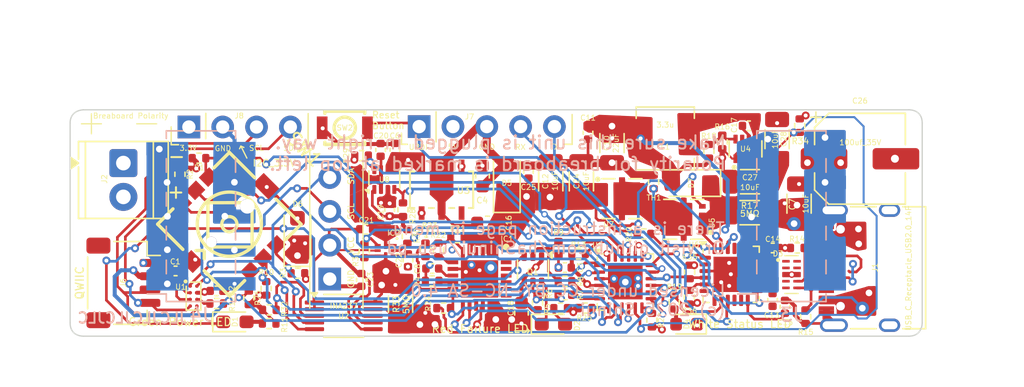
<source format=kicad_pcb>
(kicad_pcb (version 20241229) (generator "pcbnew") (generator_version "9.0")
  (layers (0 "F.Cu" signal) (4 "In1.Cu" signal) (6 "In2.Cu" signal) (2 "B.Cu" signal) (13 "F.Paste" user) (15 "B.Paste" user) (5 "F.SilkS" user "F.Silkscreen") (7 "B.SilkS" user "B.Silkscreen") (1 "F.Mask" user) (3 "B.Mask" user) (25 "Edge.Cuts" user))
  (net 0 "")
  (net 1 "/Logic/Buck_Status")
  (net 2 "GND")
  (net 3 "Net-(U4-SW)")
  (net 4 "Net-(U4-BST)")
  (net 5 "/Power/VBUS")
  (net 6 "+5V")
  (net 7 "/Power/VBUS_Finale")
  (net 8 "/Power/IFB")
  (net 9 "/Power/V5V")
  (net 10 "/Power/V18")
  (net 11 "/Logic/Rail_2_IN")
  (net 12 "+3.3V")
  (net 13 "Net-(IC1-DVDT)")
  (net 14 "/Logic/Rail_2")
  (net 15 "/Power_selection/Logic_Voltage")
  (net 16 "Net-(D2-A)")
  (net 17 "Net-(IC2-CT)")
  (net 18 "Net-(D1-A)")
  (net 19 "Net-(D1-K)")
  (net 20 "Net-(D2-K)")
  (net 21 "Net-(D4-A)")
  (net 23 "Net-(IC1-OVP)")
  (net 25 "/Logic/SDA_3.3v")
  (net 29 "/Logic/SCL_3.3v")
  (net 31 "Net-(IC1-UVLO)")
  (net 32 "Net-(Q1-G1)")
  (net 34 "Net-(IC1-MODE)")
  (net 36 "/Logic/INA_ALERT")
  (net 38 "Net-(IC1-ILIM)")
  (net 39 "Net-(Q1-G2)")
  (net 40 "/Logic/SW_UP")
  (net 42 "/Logic/SW_LEFT")
  (net 43 "/Power/USB_P")
  (net 44 "/Power/CC2")
  (net 45 "/Power/USB_N")
  (net 46 "/Power/CC1")
  (net 48 "/Power/Measured_VBUS")
  (net 49 "/Logic/SW_RIGHT")
  (net 50 "/Logic/SW_DOWN")
  (net 51 "/Power/PD_LED")
  (net 52 "/Logic/SW_PRESS")
  (net 53 "Net-(U1-OE)")
  (net 54 "/Logic/UPDI")
  (net 55 "/Logic/PowerLED_EN")
  (net 56 "/Logic/Failer_EN")
  (net 57 "/Power/NTC")
  (net 58 "Net-(U4-FB)")
  (net 59 "Net-(U6-VOUT)")
  (net 62 "/Logic/PGOOD_Logic")
  (net 64 "/Logic/RX")
  (net 65 "/Logic/VBUS_SW")
  (net 66 "/Logic/LOGIC_Report")
  (net 67 "/Logic/Load_Monitor_VBUS")
  (net 68 "/Logic/PD_Int")
  (net 69 "/Logic/SCL")
  (net 70 "/Logic/LOGIC_SW")
  (net 71 "/Logic/VBUS_Fault")
  (net 72 "/Logic/SDA")
  (net 73 "/Logic/LOGIC_Selection")
  (net 75 "Net-(U6-PWR_EN)")
  (net 77 "Net-(U5-Pad5_8)")
  (net 78 "/Logic/TX")
  (footprint "Capacitor_SMD:C_0402_1005Metric" (layer "F.Cu") (at 133.425 84.65 90)
    (property "Reference" "C25")
    (property "Value" "100nF")
  )
  (footprint "TPS22992S:TPS22992SRXNR" (layer "F.Cu") (at 122.7 90.575 -90)
    (property "Reference" "IC2")
    (property "Value" "TPS22992SRXNR" (hide yes))
  )
  (footprint "Capacitor_SMD:C_1206_3216Metric" (layer "F.Cu") (at 152.1 82.2 90)
    (property "Reference" "C28")
    (property "Value" "10uF")
  )
  (footprint "Capacitor_SMD:C_0402_1005Metric" (layer "F.Cu") (at 137.9 81.72 -90)
    (property "Reference" "C11")
    (property "Value" "100nF")
  )
  (footprint "Resistor_SMD:R_0402_1005Metric" (layer "F.Cu") (at 113.725 93.415 90)
    (property "Reference" "R10")
    (property "Value" "10k")
  )
  (footprint "Capacitor_SMD:C_0402_1005Metric" (layer "F.Cu") (at 152.69 94.795 90)
    (property "Reference" "C15")
    (property "Value" "100nF")
  )
  (footprint "Resistor_SMD:R_0402_1005Metric" (layer "F.Cu") (at 108.68 83.63)
    (property "Reference" "R1")
    (property "Value" "10k")
  )
  (footprint "Capacitor_SMD:C_0402_1005Metric" (layer "F.Cu") (at 136.16 91.85 180)
    (property "Reference" "C3")
    (property "Value" "100nF")
  )
  (footprint "Capacitor_SMD:C_0603_1608Metric" (layer "F.Cu") (at 129.975 84.975 -90)
    (property "Reference" "C4")
    (property "Value" "10uF")
  )
  (footprint "Resistor_SMD:R_0402_1005Metric" (layer "F.Cu") (at 124 87.5 90)
    (property "Reference" "R28")
    (property "Value" "10k")
  )
  (footprint "Resistor_SMD:R_0402_1005Metric" (layer "F.Cu") (at 120.89 83.44 180)
    (property "Reference" "R29")
    (property "Value" "10k")
  )
  (footprint "Package_SO:VSSOP-10_3x3mm_P0.5mm" (layer "F.Cu") (at 119.55 95.475)
    (property "Reference" "U2")
    (property "Value" "INA237")
  )
  (footprint "Capacitor_SMD:CP_Elec_6.3x7.7" (layer "F.Cu") (at 158.325 83.675)
    (property "Reference" "C26")
    (property "Value" "100uf_35V")
  )
  (footprint "TPS16630:QFN50P400X400X100-25N" (layer "F.Cu") (at 129.75 92.7 -90)
    (property "Reference" "IC1")
    (property "Value" "TPS16630RGER")
  )
  (footprint "Package_TO_SOT_SMD:SOT-363_SC-70-6" (layer "F.Cu") (at 133.76 91.98 -90)
    (property "Reference" "Q1")
    (property "Value" "2N7002DW")
  )
  (footprint "test:TRANS_AON7408" (layer "F.Cu") (at 140.45 86.675)
    (property "Reference" "U7")
    (property "Value" "AON7534")
  )
  (footprint "Capacitor_SMD:C_0402_1005Metric" (layer "F.Cu") (at 149.978494 81.2)
    (property "Reference" "C17")
    (property "Value" "100nF")
  )
  (footprint "Package_DFN_QFN:QFN-24-1EP_4x4mm_P0.5mm_EP2.6x2.6mm" (layer "F.Cu") (at 140.7 92.9375)
    (property "Reference" "U9")
    (property "Value" "ATtiny3217-M")
  )
  (footprint "Resistor_SMD:R_0402_1005Metric" (layer "F.Cu") (at 121.1 90.6 90)
    (property "Reference" "R31")
    (property "Value" "10k")
  )
  (footprint "Resistor_SMD:R_0402_1005Metric" (layer "F.Cu") (at 135.68 90.39 -90)
    (property "Reference" "R9")
    (property "Value" "10k")
  )
  (footprint "Capacitor_SMD:C_0402_1005Metric" (layer "F.Cu") (at 151.76 94.28 -90)
    (property "Reference" "C13")
    (property "Value" "100nF")
  )
  (footprint "Mini_Switch:KEY-SMD_B3U-1000PM" (layer "F.Cu") (at 119.63 81.35 180)
    (property "Reference" "SW2")
    (property "Value" "B3U-1000P")
  )
  (footprint "Capacitor_SMD:C_0402_1005Metric" (layer "F.Cu") (at 123.39 83 90)
    (property "Reference" "C6")
    (property "Value" "4.7uF")
  )
  (footprint "Resistor_SMD:R_0402_1005Metric" (layer "F.Cu") (at 136.17 92.88)
    (property "Reference" "R8")
    (property "Value" "100Ω")
  )
  (footprint "Resistor_SMD:R_0402_1005Metric" (layer "F.Cu") (at 147.978494 82.41 -90)
    (property "Reference" "R16")
    (property "Value" "10k")
  )
  (footprint "Resistor_SMD:R_0402_1005Metric" (layer "F.Cu") (at 144.375 94.45 -90)
    (property "Reference" "R19")
    (property "Value" "1k")
  )
  (footprint "Resistor_SMD:R_0402_1005Metric" (layer "F.Cu") (at 136.16 93.89)
    (property "Reference" "R7")
    (property "Value" "100Ω")
  )
  (footprint "Capacitor_SMD:C_0402_1005Metric" (layer "F.Cu") (at 151.775 90.375)
    (property "Reference" "C14")
    (property "Value" "1uF")
  )
  (footprint "LED_SMD:LED_0603_1608Metric" (layer "F.Cu") (at 145.3 96.1 180)
    (property "Reference" "D4")
    (property "Value" "White Status LED")
  )
  (footprint "Capacitor_SMD:C_1206_3216Metric" (layer "F.Cu") (at 153.75 87.05 90)
    (property "Reference" "C7")
    (property "Value" "10uF")
  )
  (footprint "Resistor_SMD:R_1206_3216Metric" (layer "F.Cu") (at 150.0375 87.725 180)
    (property "Reference" "R17")
    (property "Value" "5m")
  )
  (footprint "Resistor_SMD:R_0402_1005Metric" (layer "F.Cu") (at 134.11 94.5 -90)
    (property "Reference" "R6")
    (property "Value" "10k")
  )
  (footprint "Capacitor_SMD:C_1206_3216Metric" (layer "F.Cu") (at 150.06 85.4 180)
    (property "Reference" "C27")
    (property "Value" "10uF")
  )
  (footprint "Resistor_SMD:R_0402_1005Metric" (layer "F.Cu") (at 145.53 92.18 -90)
    (property "Reference" "R35")
    (property "Value" "10k")
  )
  (footprint "Resistor_SMD:R_0402_1005Metric" (layer "F.Cu") (at 124.33 89.51 90)
    (property "Reference" "R30")
    (property "Value" "10k")
  )
  (footprint "XC6:SOT-89-5_TOR" (layer "F.Cu") (at 126.9 86.0026)
    (property "Reference" "U3")
    (property "Value" "XC6220B331PR-G")
  )
  (footprint "Resistor_SMD:R_0402_1005Metric" (layer "F.Cu") (at 153.615 90.375 180)
    (property "Reference" "R14")
    (property "Value" "5.1k")
  )
  (footprint "Resistor_SMD:R_0402_1005Metric" (layer "F.Cu") (at 127.05 94.89 180)
    (property "Reference" "R24")
    (property "Value" "10k")
  )
  (footprint "Capacitor_SMD:C_0603_1608Metric" (layer "F.Cu") (at 130.35 88.5 180)
    (property "Reference" "C16")
    (property "Value" "1uF")
  )
  (footprint "Resistor_SMD:R_0402_1005Metric" (layer "F.Cu") (at 154.24 95.535 -90)
    (property "Reference" "R15")
    (property "Value" "5.1k")
  )
  (footprint "Connector_PinHeader_2.54mm:PinHeader_1x04_P2.54mm_Vertical" (layer "F.Cu") (at 107.92 81.29 90)
    (property "Reference" "J8")
    (property "Value" "I2C_3.3V")
  )
  (footprint "Capacitor_SMD:C_1206_3216Metric" (layer "F.Cu") (at 135.1 85.375 90)
    (property "Reference" "C12")
    (property "Value" "10uF")
  )
  (footprint "Resistor_SMD:R_0402_1005Metric" (layer "F.Cu") (at 145.51 94.07 -90)
    (property "Reference" "R36")
    (property "Value" "10k")
  )
  (footprint "Resistor_SMD:R_0402_1005Metric" (layer "F.Cu") (at 112.425 94.125 90)
    (property "Reference" "R26")
    (property "Value" "10k")
  )
  (footprint "Inductor_SMD:L_1206_3216Metric_Pad1.42x1.75mm_HandSolder" (layer "F.Cu") (at 123.82 94.6 -90)
    (property "Reference" "R33")
    (property "Value" "R_Shunt")
  )
  (footprint "Resistor_SMD:R_0402_1005Metric" (layer "F.Cu") (at 126.66 90.52 90)
    (property "Reference" "R22")
    (property "Value" "150k")
  )
  (footprint "Resistor_SMD:R_0402_1005Metric" (layer "F.Cu") (at 137.19 90.825 180)
    (property "Reference" "R13")
    (property "Value" "10k")
  )
  (footprint "Resistor_SMD:R_0402_1005Metric" (layer "F.Cu") (at 142.825 85.415 90)
    (property "Reference" "TH1")
    (property "Value" "Thermistor_NTC_10k_0402")
  )
  (footprint "Capacitor_SMD:C_0402_1005Metric" (layer "F.Cu") (at 121.24 88.965)
    (property "Reference" "C21")
    (property "Value" "1uF")
  )
  (footprint "Resistor_SMD:R_0402_1005Metric" (layer "F.Cu") (at 113.965 95.025)
    (property "Reference" "R32")
    (property "Value" "10k")
  )
  (footprint "Resistor_SMD:R_0402_1005Metric" (layer "F.Cu") (at 125.69 90.52 -90)
    (property "Reference" "R23")
    (property "Value" "20k")
  )
  (footprint "test:TRANS_AON7408" (layer "F.Cu") (at 145.085 88.225 180)
    (property "Reference" "U5")
    (property "Value" "AON7534")
  )
  (footprint "Resistor_SMD:R_0402_1005Metric" (layer "F.Cu") (at 153.8 81.19 -90)
    (property "Reference" "R34")
    (property "Value" "10k")
  )
  (footprint "TPD4E05U06DQAR:IC_TPD4E05U06DQAR" (layer "F.Cu") (at 153.1825 92.375)
    (property "Reference" "D3")
    (property "Value" "TPD4E05U06DQAR")
  )
  (footprint "LED_SMD:LED_0603_1608Metric_Pad1.05x0.95mm_HandSolder" (layer "F.Cu") (at 111.375 95.925)
    (property "Reference" "D1")
    (property "Value" "Green Power LED")
  )
  (footprint "Package_DFN_QFN:QFN-24-1EP_4x4mm_P0.5mm_EP2.65x2.65mm" (layer "F.Cu") (at 148.65 92.36)
    (property "Reference" "U6")
    (property "Value" "AP33772S")
  )
  (footprint "Resistor_SMD:R_0402_1005Metric" (layer "F.Cu") (at 137.68 94.89)
    (property "Reference" "R25")
    (property "Value" "10k")
  )
  (footprint "Capacitor_SMD:C_0603_1608Metric" (layer "F.Cu") (at 132.9 95.275 90)
    (property "Reference" "C18")
    (property "Value" "1uF")
  )
  (footprint "Capacitor_SMD:C_0402_1005Metric" (layer "F.Cu") (at 110 93.6)
    (property "Reference" "C2")
    (property "Value" "100nF")
  )
  (footprint "TPS62933PDRLR:SOFL50P160X60-8N" (layer "F.Cu") (at 149.728494 82.935 90)
    (property "Reference" "U4")
    (property "Value" "TPS62933PDRLR")
  )
  (footprint "Connector_JST:JST_SH_SM04B-SRSS-TB_1x04-1MP_P1.00mm_Horizontal" (layer "F.Cu") (at 103 93 -90)
    (property "Reference" "J6")
    (property "Value" "QWIIC")
  )
  (footprint "Capacitor_SMD:C_1206_3216Metric" (layer "F.Cu") (at 137.4 85.375 90)
    (property "Reference" "C24")
    (property "Value" "10uF")
  )
  (footprint "Connector_USB:USB_C_Receptacle_XKB_U262-16XN-4BVC11" (layer "F.Cu") (at 159.47 91.86 90)
    (property "Reference" "J1")
    (property "Value" "USB_C_Receptacle_USB2.0_14P")
  )
  (footprint "Capacitor_SMD:C_0402_1005Metric" (layer "F.Cu") (at 124.375 91.3 -90)
    (property "Reference" "C22")
    (property "Value" "1nF")
  )
  (footprint "Capacitor_SMD:C_0402_1005Metric" (layer "F.Cu") (at 126.2 91.92)
    (property "Reference" "C8")
    (property "Value" "22nF")
  )
  (footprint "Capacitor_SMD:C_0402_1005Metric" (layer "F.Cu") (at 120.875 92.775 90)
    (property "Reference" "C23")
    (property "Value" "100nf")
  )
  (footprint "Resistor_SMD:R_0402_1005Metric" (layer "F.Cu") (at 135.84 94.9)
    (property "Reference" "R5")
    (property "Value" "470Ω")
  )
  (footprint "Inductor_SMD:L_Changjiang_FXL0420" (layer "F.Cu") (at 143.7 82.15 180)
    (property "Reference" "L1")
    (property "Value" "3.3u")
  )
  (footprint "Resistor_SMD:R_0402_1005Metric" (layer "F.Cu") (at 116.11 92.275 180)
    (property "Reference" "R3")
    (property "Value" "10k")
  )
  (footprint "Diode_SMD:D_SOD-123F" (layer "F.Cu") (at 145.65 85.5 180)
    (property "Reference" "D7")
    (property "Value" "PMEG6020ER")
  )
  (footprint "Capacitor_SMD:C_0402_1005Metric" (layer "F.Cu") (at 106.92 92.1)
    (property "Reference" "C1")
    (property "Value" "100nF")
  )
  (footprint "Package_TO_SOT_SMD:SOT-583-8" (layer "F.Cu") (at 122.6 85.24 90)
    (property "Reference" "U8")
    (property "Value" "TPS2117DRL")
  )
  (footprint "Capacitor_SMD:C_1206_3216Metric" (layer "F.Cu") (at 139.7 82.5 -90)
    (property "Reference" "C10")
    (property "Value" "22uF")
  )
  (footprint "Resistor_SMD:R_0402_1005Metric" (layer "F.Cu") (at 107.25 84.84 -90)
    (property "Reference" "R2")
    (property "Value" "10k")
  )
  (footprint "Resistor_SMD:R_0402_1005Metric" (layer "F.Cu") (at 128.1 89.6)
    (property "Reference" "R21")
    (property "Value" "330k")
  )
  (footprint "LED_SMD:LED_0603_1608Metric_Pad1.05x0.95mm_HandSolder" (layer "F.Cu") (at 135.3 96.1)
    (property "Reference" "D2")
    (property "Value" "Red Failure LED")
  )
  (footprint "Resistor_SMD:R_0402_1005Metric" (layer "F.Cu") (at 142.1 89.325 180)
    (property "Reference" "R20")
    (property "Value" "27R")
  )
  (footprint "Diode_SMD:D_SOD-123F" (layer "F.Cu") (at 131.8 85.5 90)
    (property "Reference" "D5")
    (property "Value" "PMEG6020ER")
  )
  (footprint "Diode_SMD:D_SOD-123F" (layer "F.Cu") (at 116.075 89.55 90)
    (property "Reference" "D6")
    (property "Value" "PMEG6020ER")
  )
  (footprint "Capacitor_SMD:C_0402_1005Metric" (layer "F.Cu") (at 123 87.51 90)
    (property "Reference" "C19")
    (property "Value" "1uF")
  )
  (footprint "Resistor_SMD:R_0402_1005Metric" (layer "F.Cu") (at 142.7 95.8 -90)
    (property "Reference" "R27")
    (property "Value" "22k")
  )
  (footprint "test:SSD1306-0.91-OLED-4pin-128x32" (layer "F.Cu") (at 155 94.9 180)
    (property "Reference" "J5")
    (property "Value" "0.91 OLED")
  )
  (footprint "TerminalBlock_TE-Connectivity:TerminalBlock_TE_282834-2_1x02_P2.54mm_Horizontal" (layer "F.Cu") (at 103 84 -90)
    (property "Reference" "J2")
    (property "Value" "Conn_01x02_Pin")
  )
  (footprint "Resistor_SMD:R_0402_1005Metric" (layer "F.Cu") (at 126.19 92.85 180)
    (property "Reference" "R4")
    (property "Value" "3.3k")
  )
  (footprint "Resistor_SMD:R_0402_1005Metric" (layer "F.Cu") (at 110.01 94.55 180)
    (property "Reference" "R12")
    (property "Value" "10k")
  )
  (footprint "Connector_PinHeader_2.54mm:PinHeader_1x05_P2.54mm_Vertical" (layer "F.Cu") (at 125.215 81.26 90)
    (property "Reference" "J7")
    (property "Value" "Conn_01x05")
  )
  (footprint "Capacitor_SMD:C_0402_1005Metric" (layer "F.Cu") (at 122.32 83.01 -90)
    (property "Reference" "C20")
    (property "Value" "100nF")
  )
  (footprint "tc006:SW-SMD_GT-TC0060-H050-L1" (layer "F.Cu") (at 110.96 88.59 -45)
    (property "Reference" "SW1")
    (property "Value" "GT-TC0060-H050-L1")
  )
  (footprint "Library:TCA9406" (layer "F.Cu") (at 108.27 93.99)
    (property "Reference" "U1")
    (property "Value" "TCA9406YZPR")
  )
  (footprint "Resistor_SMD:R_0402_1005Metric" (layer "F.Cu") (at 146.978494 83.11 90)
    (property "Reference" "R18")
    (property "Value" "52.3k")
  )
  (footprint "Resistor_SMD:R_0402_1005Metric" (layer "F.Cu") (at 113.95 96.05)
    (property "Reference" "R11")
    (property "Value" "470Ω")
  )
  (footprint "Connector_PinHeader_2.54mm:PinHeader_2x05_P2.54mm_Vertical_SMD" (layer "B.Cu") (at 108.825 87.99)
    (property "Reference" "J4")
    (property "Value" "Conn_02x05_Odd_Even")
  )
  (footprint "Connector_PinHeader_2.54mm:PinHeader_2x05_P2.54mm_Vertical_SMD" (layer "B.Cu") (at 153.175 87.99)
    (property "Reference" "J3")
    (property "Value" "Conn_02x05_Odd_Even")
  )
  (gr_line (start 107.4 83.55) (end 106.6 83.55) (stroke (width 0.15)) (layer "F.SilkS"))
  (gr_line (start 100.6 81.8) (end 100.6 80.3) (stroke (width 0.1)) (layer "F.SilkS"))
  (gr_line (start 99.85 81.05) (end 101.35 81.05) (stroke (width 0.1)) (layer "F.SilkS"))
  (gr_line (start 125.7 89.6) (end 125.95 89) (stroke (width 0.1)) (layer "F.SilkS"))
  (gr_line (start 106.95 86.612508) (end 106.95 85.812508) (stroke (width 0.15)) (layer "F.SilkS"))
  (gr_line (start 104 81.05) (end 105.5 81.05) (stroke (width 0.1)) (layer "F.SilkS"))
  (gr_line (start 133.5 96.6) (end 133.35 96.45) (stroke (width 0.1)) (layer "F.SilkS"))
  (gr_line (start 125.7 89.6) (end 125.85 89.55) (stroke (width 0.1)) (layer "F.SilkS"))
  (gr_line (start 125.7 89.6) (end 125.65 89.5) (stroke (width 0.1)) (layer "F.SilkS"))
  (gr_line (start 107.35 86.212508) (end 106.55 86.212508) (stroke (width 0.15)) (layer "F.SilkS"))
  (gr_line (start 133.5 96.6) (end 133.35 96.75) (stroke (width 0.1)) (layer "F.SilkS"))
  (gr_line (start 111.825 82.725) (end 112.05 82.825) (stroke (width 0.1)) (layer "F.SilkS"))
  (gr_line (start 132.4 96.6) (end 133.5 96.6) (stroke (width 0.1)) (layer "F.SilkS"))
  (gr_line (start 134.71 93.82) (end 134.56 94.19) (stroke (width 0.1)) (layer "F.SilkS"))
  (gr_line (start 111.825 82.725) (end 111.725 82.925) (stroke (width 0.1)) (layer "F.SilkS"))
  (gr_line (start 112.275 83.625) (end 111.825 82.725) (stroke (width 0.1)) (layer "F.SilkS"))
  (gr_line (start 162.0001 97) (end 100 97) (stroke (width 0.1)) (layer "Edge.Cuts"))
  (gr_line (start 99.000002 96) (end 98.999999 81) (stroke (width 0.1)) (layer "Edge.Cuts"))
  (gr_line (start 163 81) (end 163 96) (stroke (width 0.1)) (layer "Edge.Cuts"))
  (gr_curve (pts (xy 163 81) (xy 163 80) (xy 162.1 80) (xy 162 80)) (stroke (width 0.1)) (layer "Edge.Cuts"))
  (gr_curve (pts (xy 99.000002 96) (xy 99 97.05) (xy 100 97) (xy 100 97)) (stroke (width 0.1)) (layer "Edge.Cuts"))
  (gr_curve (pts (xy 162.0001 97) (xy 163 97) (xy 163 96.05) (xy 163 96)) (stroke (width 0.1)) (layer "Edge.Cuts"))
  (gr_line (start 100 80) (end 162 80) (stroke (width 0.1)) (layer "Edge.Cuts"))
  (gr_curve (pts (xy 98.999999 81) (xy 99 80) (xy 100 80) (xy 100 80)) (stroke (width 0.1)) (layer "Edge.Cuts"))
  (gr_text "5MΩ" (at 124.25 94.6 90) (layer "F.SilkS") (effects (font (size 0.45 0.45) (thickness 0.07))))
  (gr_text "Reset\nButton" (at 121.63 80.79 0) (layer "F.SilkS") (effects (font (size 0.5 0.5) (thickness 0.08)) (justify left)))
  (gr_text "3.3V" (at 107.87 82.875 0) (layer "F.SilkS") (effects (font (size 0.4 0.4) (thickness 0.06))))
  (gr_text "RX" (at 132.82 82.805 0) (layer "F.SilkS") (effects (font (size 0.4 0.4) (thickness 0.06))))
  (gr_text "GND" (at 130.3 82.785 0) (layer "F.SilkS") (effects (font (size 0.4 0.4) (thickness 0.06))))
  (gr_text "GND" (at 110.475 82.9 0) (layer "F.SilkS") (effects (font (size 0.4 0.4) (thickness 0.06))))
  (gr_text "10uF" (at 154.25 87.05 90) (layer "F.SilkS") (effects (font (size 0.4 0.4) (thickness 0.06))))
  (gr_text "5V" (at 127.75 82.775 0) (layer "F.SilkS") (effects (font (size 0.4 0.4) (thickness 0.06))))
  (gr_text "TX" (at 135.39 82.785 0) (layer "F.SilkS") (effects (font (size 0.4 0.4) (thickness 0.06))))
  (gr_text "5MΩ" (at 150.05 87.8 0) (layer "F.SilkS") (effects (font (size 0.45 0.45) (thickness 0.07))))
  (gr_text "SDA" (at 115.575 82.875 0) (layer "F.SilkS") (effects (font (size 0.4 0.4) (thickness 0.06))))
  (gr_text "UPDI" (at 125.15 82.8 0) (layer "F.SilkS") (effects (font (size 0.4 0.4) (thickness 0.06))))
  (gr_text "Breaboard Polarity" (at 103.55 80.45 0) (layer "F.SilkS") (effects (font (size 0.4 0.4) (thickness 0.06))))
  (gr_text "SCL" (at 113 82.875 0) (layer "F.SilkS") (effects (font (size 0.4 0.4) (thickness 0.06))))
  (gr_text "There is a instruction page in menu.\nOr visit github.com/haShinui/usb_pd" (at 148.25 90.9 0) (layer "B.SilkS") (effects (font (size 0.9 0.9) (thickness 0.13)) (justify left bottom mirror)))
  (gr_text "Licensed under CC BY-NC-SA 4.0\n(c) 2025 Shinui\n" (at 148.3 95.55 0) (layer "B.SilkS") (effects (font (size 0.9 0.9) (thickness 0.13)) (justify left bottom mirror)))
  (gr_text "JLCJLCJLCJLC\n" (at 107.9 96.1 0) (layer "B.SilkS") (effects (font (size 0.8 0.8) (thickness 0.15) (bold yes)) (justify left bottom mirror)))
  (gr_text "Make sure this unit is plugged in right way.\nPolarity for breaboard is marked at top left.\n" (at 148.35 84.65 0) (layer "B.SilkS") (effects (font (size 1 1)) (justify left bottom mirror)))
  (segment (start 153.35 81.7) (end 153.8 81.7) (width 0.15) (layer "F.Cu") (net 1))
  (segment (start 141.45 95.31) (end 141.45 94.875) (width 0.2) (layer "F.Cu") (net 1))
  (segment (start 149.478494 82.58) (end 149.708494 82.81) (width 0.15) (layer "F.Cu") (net 1))
  (segment (start 149.708494 82.81) (end 152.24 82.81) (width 0.15) (layer "F.Cu") (net 1))
  (segment (start 149.478494 82.2) (end 149.478494 82.58) (width 0.15) (layer "F.Cu") (net 1))
  (segment (start 152.24 82.81) (end 153.35 81.7) (width 0.15) (layer "F.Cu") (net 1))
  (segment (start 141.8 96.377483) (end 141.8 95.66) (width 0.2) (layer "F.Cu") (net 1))
  (segment (start 141.8 95.66) (end 141.45 95.31) (width 0.2) (layer "F.Cu") (net 1))
  (segment (start 141.880001 96.457484) (end 141.8 96.377483) (width 0.2) (layer "F.Cu") (net 1))
  (via (at 141.880001 96.457484) (size 0.6) (drill 0.3) (layers "F.Cu" "B.Cu") (remove_unused_layers yes) (net 1))
  (via (at 153.35 81.7) (size 0.6) (drill 0.3) (layers "F.Cu" "B.Cu") (remove_unused_layers yes) (net 1))
  (segment (start 153.8 81.65) (end 154.9 80.55) (width 0.15) (layer "B.Cu") (net 1))
  (segment (start 141.880001 96.319999) (end 142.031797 96.168203) (width 0.15) (layer "B.Cu") (net 1))
  (segment (start 145.902834 95.714) (end 146.45 95.714) (width 0.15) (layer "B.Cu") (net 1))
  (segment (start 158.17857 95.676) (end 157.90357 95.401) (width 0.15) (layer "B.Cu") (net 1))
  (segment (start 153.4 81.65) (end 153.8 81.65) (width 0.15) (layer "B.Cu") (net 1))
  (segment (start 158.82143 95.676) (end 158.17857 95.676) (width 0.15) (layer "B.Cu") (net 1))
  (segment (start 154.22428 96.470067) (end 147.206067 96.470067) (width 0.15) (layer "B.Cu") (net 1))
  (segment (start 157.9 80.55) (end 158.6 81.25) (width 0.15) (layer "B.Cu") (net 1))
  (segment (start 159.576 94.92143) (end 158.82143 95.676) (width 0.15) (layer "B.Cu") (net 1))
  (segment (start 155.293347 95.401) (end 154.22428 96.470067) (width 0.15) (layer "B.Cu") (net 1))
  (segment (start 157.90357 95.401) (end 155.293347 95.401) (width 0.15) (layer "B.Cu") (net 1))
  (segment (start 158.6 81.25) (end 158.6 86.99243) (width 0.15) (layer "B.Cu") (net 1))
  (segment (start 158.6 86.99243) (end 159.576 87.96843) (width 0.15) (layer "B.Cu") (net 1))
  (segment (start 142.781797 96.168203) (end 142.926 96.024) (width 0.15) (layer "B.Cu") (net 1))
  (segment (start 141.880001 96.457484) (end 141.880001 96.319999) (width 0.15) (layer "B.Cu") (net 1))
  (segment (start 147.206067 96.470067) (end 146.45 95.714) (width 0.15) (layer "B.Cu") (net 1))
  (segment (start 142.926 96.024) (end 145.592834 96.024) (width 0.15) (layer "B.Cu") (net 1))
  (segment (start 159.576 87.96843) (end 159.576 94.92143) (width 0.15) (layer "B.Cu") (net 1))
  (segment (start 154.9 80.55) (end 157.9 80.55) (width 0.15) (layer "B.Cu") (net 1))
  (segment (start 153.35 81.7) (end 153.4 81.65) (width 0.15) (layer "B.Cu") (net 1))
  (segment (start 145.592834 96.024) (end 145.902834 95.714) (width 0.15) (layer "B.Cu") (net 1))
  (segment (start 142.031797 96.168203) (end 142.781797 96.168203) (width 0.15) (layer "B.Cu") (net 1))
  (segment (start 107.45 92.1) (end 108.152786 91.397214) (width 0.2) (layer "F.Cu") (net 2))
  (segment (start 108.41495 86.060051) (end 108.554899 86.2) (width 0.3) (layer "F.Cu") (net 2))
  (segment (start 117.35 94.975) (end 117.35 94.475) (width 0.2) (layer "F.Cu") (net 2))
  (segment (start 133.44 84.185) (end 133.425 84.17) (width 0.6) (layer "F.Cu") (net 2))
  (segment (start 135.235 84) (end 135.05 84.185) (width 0.6) (layer "F.Cu") (net 2))
  (segment (start 129.405 88.67) (end 129.575 88.5) (width 0.2) (layer "F.Cu") (net 2))
  (segment (start 105.102786 91.397214) (end 105 91.5) (width 0.2) (layer "F.Cu") (net 2))
  (segment (start 131.57 84.17) (end 131.55 84.15) (width 0.6) (layer "F.Cu") (net 2))
  (segment (start 125.737673 91.92) (end 126.009718 91.647955) (width 0.2) (layer "F.Cu") (net 2))
  (segment (start 127.8148 88.67) (end 129.405 88.67) (width 0.2) (layer "F.Cu") (net 2))
  (segment (start 126.9 84.025603) (end 129.665603 81.26) (width 0.6) (layer "F.Cu") (net 2))
  (segment (start 141.33 84.905) (end 142.825 84.905) (width 0.6) (layer "F.Cu") (net 2))
  (segment (start 124 88.01) (end 124 88.67) (width 0.3) (layer "F.Cu") (net 2))
  (segment (start 155.81 88.11) (end 155.81 88.515) (width 0.6) (layer "F.Cu") (net 2))
  (segment (start 138.7625 92.6875) (end 139.85 92.6875) (width 0.2) (layer "F.Cu") (net 2))
  (segment (start 129.57 95.993554) (end 129.85 95.713554) (width 0.2) (layer "F.Cu") (net 2))
  (segment (start 113.795498 85.754502) (end 114.534664 86.493668) (width 0.2) (layer "F.Cu") (net 2))
  (segment (start 152.69 94.315) (end 152.999999 94.315) (width 0.3) (layer "F.Cu") (net 2))
  (segment (start 108.3 91.25) (end 108.152786 91.397214) (width 0.2) (layer "F.Cu") (net 2))
  (segment (start 126.989 95.25934) (end 126.989 94.999) (width 0.2) (layer "F.Cu") (net 2))
  (segment (start 137.9 82.2) (end 137.9 83.645) (width 0.2) (layer "F.Cu") (net 2))
  (segment (start 127.8148 88.67) (end 126.9 87.7552) (width 0.2) (layer "F.Cu") (net 2))
  (segment (start 148.978494 83.67) (end 148.978494 83.34) (width 0.15) (layer "F.Cu") (net 2))
  (segment (start 133.11 92.605001) (end 133.11 92.93) (width 0.3) (layer "F.Cu") (net 2))
  (segment (start 110.82 93.6) (end 111.35 93.07) (width 0.2) (layer "F.Cu") (net 2))
  (segment (start 139.85 92.6875) (end 140.45 92.6875) (width 0.2) (layer "F.Cu") (net 2))
  (segment (start 132.9 94.5) (end 132.9 93.14) (width 0.3) (layer "F.Cu") (net 2))
  (segment (start 139.7 83.975) (end 139.675 84) (width 0.6) (layer "F.Cu") (net 2))
  (segment (start 155.8 94.91) (end 155.8 95.21) (width 0.2) (layer "F.Cu") (net 2))
  (segment (start 117.309 91.351) (end 117.309 94.434) (width 0.2) (layer "F.Cu") (net 2))
  (segment (start 148.978494 83.34) (end 149.254494 83.064) (width 0.15) (layer "F.Cu") (net 2))
  (segment (start 147.978494 84.778494) (end 147.978494 83.6) (width 0.4) (layer "F.Cu") (net 2))
  (segment (start 121.7 87.189943) (end 122.500057 87.99) (width 0.2) (layer "F.Cu") (net 2))
  (segment (start 109.12 86.75) (end 108.414416 86.044416) (width 0.2) (layer "F.Cu") (net 2))
  (segment (start 108.4 91.25) (end 108.3 91.25) (width 0.2) (layer "F.Cu") (net 2))
  (segment (start 142.7 96.31) (end 143.26 96.31) (width 0.2) (layer "F.Cu") (net 2))
  (segment (start 127.561259 96.711259) (end 127.201 96.351) (width 0.2) (layer "F.Cu") (net 2))
  (segment (start 121.7 86.13) (end 121.7 87.189943) (width 0.2) (layer "F.Cu") (net 2))
  (segment (start 117.97 81.39) (end 119.15 82.57) (width 0.3) (layer "F.Cu") (net 2))
  (segment (start 129.85 94.85) (end 130 94.7) (width 0.2) (layer "F.Cu") (net 2))
  (segment (start 109.12 86.75) (end 110.3 86.75) (width 0.2) (layer "F.Cu") (net 2))
  (segment (start 129.57 96.11) (end 129.57 95.993554) (width 0.2) (layer "F.Cu") (net 2))
  (segment (start 130.295 81.26) (end 130.295 82.895) (width 0.6) (layer "F.Cu") (net 2))
  (segment (start 153.75 85.575) (end 153.75 85.3325) (width 0.2) (layer "F.Cu") (net 2))
  (segment (start 125.72 92.81) (end 125.68 92.85) (width 0.2) (layer "F.Cu") (net 2))
  (segment (start 155.8 88.81) (end 155.8 88.51) (width 0.2) (layer "F.Cu") (net 2))
  (segment (start 118.46 89.122919) (end 118.623919 88.959) (width 0.2) (layer "F.Cu") (net 2))
  (segment (start 152.255 90.375) (end 153.105 90.375) (width 0.2) (layer "F.Cu") (net 2))
  (segment (start 132.9 93.14) (end 133.11 92.93) (width 0.3) (layer "F.Cu") (net 2))
  (segment (start 114.534664 86.493668) (end 114.534664 86.565336) (width 0.2) (layer "F.Cu") (net 2))
  (segment (start 133.23 94.5) (end 133.74 95.01) (width 0.3) (layer "F.Cu") (net 2))
  (segment (start 126.65934 94.89) (end 126.54 94.89) (width 0.2) (layer "F.Cu") (net 2))
  (segment (start 135.05 84.185) (end 133.44 84.185) (width 0.6) (layer "F.Cu") (net 2))
  (segment (start 146.7 92.11) (end 148.4 92.11) (width 0.2) (layer "F.Cu") (net 2))
  (segment (start 113.767748 85.798421) (end 114.534664 86.565336) (width 0.3) (layer "F.Cu") (net 2))
  (segment (start 154.055 96.045) (end 154.24 96.045) (width 0.3) (layer "F.Cu") (net 2))
  (segment (start 129.51 96.121716) (end 128.920457 96.711259) (width 0.2) (layer "F.Cu") (net 2))
  (segment (start 120.754 88.959) (end 120.76 88.965) (width 0.2) (layer "F.Cu") (net 2))
  (segment (start 139.7 83.975) (end 139.9 84.175) (width 0.6) (layer "F.Cu") (net 2))
  (segment (start 149.254494 83.064) (end 150.230496 83.064) (width 0.15) (layer "F.Cu") (net 2))
  (segment (start 118.623919 88.959) (end 120.754 88.959) (width 0.2) (layer "F.Cu") (net 2))
  (segment (start 117.309 94.434) (end 117.35 94.475) (width 0.2) (layer "F.Cu") (net 2))
  (segment (start 107.4 93.4) (end 107.4 92.1) (width 0.2) (layer "F.Cu") (net 2))
  (segment (start 130.295 82.895) (end 131.575 84.175) (width 0.6) (layer "F.Cu") (net 2))
  (segment (start 150.230496 83.064) (end 150.478494 83.311998) (width 0.15) (layer "F.Cu") (net 2))
  (segment (start 118.5 90.169999) (end 118.5 90.16) (width 0.2) (layer "F.Cu") (net 2))
  (segment (start 121.486 92.906) (end 120.875 92.295) (width 0.2) (layer "F.Cu") (net 2))
  (segment (start 123 87.99) (end 123.98 87.99) (width 0.3) (layer "F.Cu") (net 2))
  (segment (start 131.55 84.175) (end 129.975 85.75) (width 0.6) (layer "F.Cu") (net 2))
  (segment (start 137.9 83.645) (end 137.36 84.185) (width 0.2) (layer "F.Cu") (net 2))
  (segment (start 155.81 95.62) (end 156.375 96.185) (width 0.6) (layer "F.Cu") (net 2))
  (segment (start 123.98 87.99) (end 124 88.01) (width 0.3) (layer "F.Cu") (net 2))
  (segment (start 123.34 82.57) (end 123.39 82.52) (width 0.3) (layer "F.Cu") (net 2))
  (segment (start 129.85 95.713554) (end 129.85 94.85) (width 0.2) (layer "F.Cu") (net 2))
  (segment (start 156.375 87.545) (end 155.81 88.11) (width 0.6) (layer "F.Cu") (net 2))
  (segment (start 125.72 91.92) (end 125.72 92.81) (width 0.2) (layer "F.Cu") (net 2))
  (segment (start 107.457071 91.390143) (end 107.45 91.397214) (width 0.2) (layer "F.Cu") (net 2))
  (segment (start 131.805 84.17) (end 131.8 84.175) (width 0.6) (layer "F.Cu") (net 2))
  (segment (start 133.984999 91.78) (end 134.41 91.354999) (width 0.3) (layer "F.Cu") (net 2))
  (segment (start 118.5 90.169999) (end 118.509999 90.169999) (width 0.15) (layer "F.Cu") (net 2))
  (segment (start 120.924076 95.975) (end 121.75 95.975) (width 0.2) (layer "F.Cu") (net 2))
  (segment (start 118.509999 90.169999) (end 120.635 92.295) (width 0.3) (layer "F.Cu") (net 2))
  (segment (start 148.978494 83.67) (end 148.728494 83.67) (width 0.15) (layer "F.Cu") (net 2))
  (segment (start 121.434984 90.54) (end 121.469984 90.575) (width 0.15) (layer "F.Cu") (net 2))
  (segment (start 129.558284 96.121716) (end 129.51 96.121716) (width 0.2) (layer "F.Cu") (net 2))
  (segment (start 118.5 90.16) (end 118.46 90.12) (width 0.2) (layer "F.Cu") (net 2))
  (segment (start 119.15 82.57) (end 123.34 82.57) (width 0.3) (layer "F.Cu") (net 2))
  (segment (start 127.069505 95.591029) (end 127.069505 95.339845) (width 0.2) (layer "F.Cu") (net 2))
  (segment (start 150.478494 83.311998) (end 150.478494 83.67) (width 0.15) (layer "F.Cu") (net 2))
  (segment (start 134.41 91.354999) (end 134.41 91.03) (width 0.3) (layer "F.Cu") (net 2))
  (segment (start 117.93 81.35) (end 117.97 81.39) (width 0.3) (layer "F.Cu") (net 2))
  (segment (start 143.26 96.31) (end 143.45 96.5) (width 0.2) (layer "F.Cu") (net 2))
  (segment (start 133.984999 91.78) (end 133.935001 91.78) (width 0.3) (layer "F.Cu") (net 2))
  (segment (start 153.43 94.745001) (end 153.43 95.42) (width 0.3) (layer "F.Cu") (net 2))
  (segment (start 128.61 91.95) (end 128.84 91.72) (width 0.2) (layer "F.Cu") (net 2))
  (segment (start 122.500057 87.99) (end 123 87.99) (width 0.2) (layer "F.Cu") (net 2))
  (segment (start 156.23 96.045) (end 156.365 96.18) (width 0.2) (layer "F.Cu") (net 2))
  (segment (start 129.665603 81.26) (end 130.295 81.26) (width 0.6) (layer "F.Cu") (net 2))
  (segment (start 107.45 91.397214) (end 105.102786 91.397214) (width 0.2) (layer "F.Cu") (net 2))
  (segment (start 148.585 85.4) (end 148.585 85.385) (width 0.4) (layer "F.Cu") (net 2))
  (segment (start 118.46 90.12) (end 118.46 89.122919) (width 0.2) (layer "F.Cu") (net 2))
  (segment (start 121.469984 90.575) (end 122.1 90.575) (width 0.15) (layer "F.Cu") (net 2))
  (segment (start 120.323 94.576076) (end 120.323 95.373924) (width 0.2) (layer "F.Cu") (net 2))
  (segment (start 121.85 85.98) (end 121.7 86.13) (width 0.2) (layer "F.Cu") (net 2))
  (segment (start 107.74 93.74) (end 107.4 93.4) (width 0.2) (layer "F.Cu") (net 2))
  (segment (start 108.02 93.74) (end 107.74 93.74) (width 0.2) (layer "F.Cu") (net 2))
  (segment (start 141.337 84.912) (end 141.2625 84.8375) (width 0.6) (layer "F.Cu") (net 2))
  (segment (start 108.661903 86.291903) (end 109.12 86.75) (width 0.2) (layer "F.Cu") (net 2))
  (segment (start 121.276 94.024) (end 120.875076 94.024) (width 0.2) (layer "F.Cu") (net 2))
  (segment (start 139.675 84) (end 135.235 84) (width 0.6) (layer "F.Cu") (net 2))
  (segment (start 118.88 90.54) (end 121.434984 90.54) (width 0.15) (layer "F.Cu") (net 2))
  (segment (start 127.201 95.722524) (end 127.069505 95.591029) (width 0.2) (layer "F.Cu") (net 2))
  (segment (start 140.6 84.175) (end 141.2625 84.8375) (width 0.6) (layer "F.Cu") (net 2))
  (segment (start 121.486 93.814) (end 121.276 94.024) (width 0.2) (layer "F.Cu") (net 2))
  (segment (start 126.88 94.89) (end 126.54 94.89) (width 0.2) (layer "F.Cu") (net 2))
  (segment (start 127.75 91.95) (end 128.61 91.95) (width 0.2) (layer "F.Cu") (net 2))
  (segment (start 127.069505 95.339845) (end 126.989 95.25934) (width 0.2) (layer "F.Cu") (net 2))
  (segment (start 135.68 90.9) (end 135.68 91.816429) (width 0.2) (layer "F.Cu") (net 2))
  (segment (start 108.152786 91.397214) (end 107.45 91.397214) (width 0.2) (layer "F.Cu") (net 2))
  (segment (start 133.74 95.01) (end 134.11 95.01) (width 0.3) (layer "F.Cu") (net 2))
  (segment (start 148.728494 83.67) (end 147.978494 82.92) (width 0.15) (layer "F.Cu") (net 2))
  (segment (start 118.5 90.169999) (end 118.490001 90.169999) (width 0.2) (layer "F.Cu") (net 2))
  (segment (start 127.201 96.351) (end 127.201 95.722524) (width 0.2) (layer "F.Cu") (net 2))
  (segment (start 120.323 95.373924) (end 120.924076 95.975) (width 0.2) (layer "F.Cu") (net 2))
  (segment (start 154.24 96.045) (end 156.23 96.045) (width 0.2) (layer "F.Cu") (net 2))
  (segment (start 133.935001 91.78) (end 133.11 92.605001) (width 0.3) (layer "F.Cu") (net 2))
  (segment (start 126.989 94.999) (end 126.88 94.89) (width 0.2) (layer "F.Cu") (net 2))
  (segment (start 110.3 86.75) (end 111.34 85.71) (width 0.2) (layer "F.Cu") (net 2))
  (segment (start 108.145715 91.390143) (end 107.457071 91.390143) (width 0.2) (layer "F.Cu") (net 2))
  (segment (start 155.81 95.215) (end 155.81 95.62) (width 0.6) (layer "F.Cu") (net 2))
  (segment (start 118.490001 90.169999) (end 117.309 91.351) (width 0.2) (layer "F.Cu") (net 2))
  (segment (start 148.585 85.385) (end 147.978494 84.778494) (width 0.4) (layer "F.Cu") (net 2))
  (segment (start 152.655 94.35) (end 152.69 94.315) (width 0.3) (layer "F.Cu") (net 2))
  (segment (start 133.11 92.93) (end 133.121 92.941) (width 0.2) (layer "F.Cu") (net 2))
  (segment (start 126.9 87.7552) (end 126.9 84.025603) (width 0.6) (layer "F.Cu") (net 2))
  (segment (start 132.9 94.5) (end 133.23 94.5) (width 0.3) (layer "F.Cu") (net 2))
  (segment (start 147.978494 83.6) (end 147.978494 82.92) (width 0.4) (layer "F.Cu") (net 2))
  (segment (start 135.68 91.816429) (end 135.68 91.85) (width 0.2) (layer "F.Cu") (net 2))
  (segment (start 114.534664 86.565336) (end 116.075 88.105673) (width 0.3) (layer "F.Cu") (net 2))
  (segment (start 131.575 84.175) (end 131.8 84.175) (width 0.6) (layer "F.Cu") (net 2))
  (segment (start 153.2 92.375) (end 153.6 92.375) (width 0.2) (layer "F.Cu") (net 2))
  (segment (start 125.72 91.92) (end 125.737673 91.92) (width 0.2) (layer "F.Cu") (net 2))
  (segment (start 121.486 92.906) (end 121.486 93.814) (width 0.2) (layer "F.Cu") (net 2))
  (segment (start 111.34 85.71) (end 111.34 85.44) (width 0.2) (layer "F.Cu") (net 2))
  (segment (start 129.57 96.11) (end 129.558284 96.121716) (width 0.2) (layer "F.Cu") (net 2))
  (segment (start 131.8 84.175) (end 131.55 84.175) (width 0.6) (layer "F.Cu") (net 2))
  (segment (start 141.2625 84.8375) (end 141.33 84.905) (width 0.6) (layer "F.Cu") (net 2))
  (segment (start 120.875076 94.024) (end 120.323 94.576076) (width 0.2) (layer "F.Cu") (net 2))
  (segment (start 116.075 88.105673) (end 116.075 88.15) (width 0.3) (layer "F.Cu") (net 2))
  (segment (start 128.920457 96.711259) (end 127.561259 96.711259) (width 0.2) (layer "F.Cu") (net 2))
  (segment (start 152.999999 94.315) (end 153.43 94.745001) (width 0.3) (layer "F.Cu") (net 2))
  (segment (start 140.45 92.6875) (end 140.7 92.9375) (width 0.2) (layer "F.Cu") (net 2))
  (segment (start 120.635 92.295) (end 120.875 92.295) (width 0.3) (layer "F.Cu") (net 2))
  (segment (start 124 88.67) (end 124.33 89) (width 0.3) (layer "F.Cu") (net 2))
  (segment (start 139.9 84.175) (end 140.6 84.175) (width 0.6) (layer "F.Cu") (net 2))
  (segment (start 152.765 92.375) (end 153.2 92.375) (width 0.2) (layer "F.Cu") (net 2))
  (segment (start 118.509999 90.169999) (end 118.88 90.54) (width 0.15) (layer "F.Cu") (net 2))
  (segment (start 110.48 93.6) (end 110.82 93.6) (width 0.2) (layer "F.Cu") (net 2))
  (segment (start 133.425 84.17) (end 131.805 84.17) (width 0.6) (layer "F.Cu") (net 2))
  (segment (start 153.43 95.42) (end 154.055 96.045) (width 0.3) (layer "F.Cu") (net 2))
  (segment (start 148.4 92.11) (end 148.65 92.36) (width 0.2) (layer "F.Cu") (net 2))
  (via (at 160.95 83.675) (size 1.2) (drill 0.6) (layers "F.Cu" "B.Cu") (remove_unused_layers yes) (zone_layer_connections "In1.Cu") (net 2))
  (via (at 133.990427 91.815322) (size 0.55) (drill 0.3) (layers "F.Cu" "B.Cu") (remove_unused_layers yes) (zone_layer_connections "In1.Cu") (net 2))
  (via (at 153.75 85.575) (size 0.6) (drill 0.3) (layers "F.Cu" "B.Cu") (remove_unused_layers yes) (zone_layer_connections "In1.Cu") (net 2))
  (via (at 153.2 92.375) (size 0.5) (drill 0.3) (layers "F.Cu" "B.Cu") (remove_unused_layers yes) (zone_layer_connections "In1.Cu") (net 2))
  (via (at 146.1 96.19) (size 0.6) (drill 0.3) (layers "F.Cu" "B.Cu") (remove_unused_layers yes) (zone_layer_connections "In1.Cu") (net 2))
  (via (at 147.978494 83.6) (size 0.6) (drill 0.3) (layers "F.Cu" "B.Cu") (remove_unused_layers yes) (zone_layer_connections "In1.Cu") (net 2))
  (via (at 104.5 91.5) (size 0.6) (drill 0.3) (layers "F.Cu" "B.Cu") (remove_unused_layers yes) (zone_layer_connections "In1.Cu") (net 2))
  (via (at 155.7 82.08) (size 1) (drill 0.5) (layers "F.Cu" "B.Cu") (remove_unused_layers yes) (zone_layer_connections "In1.Cu" "B.Cu") (net 2))
  (via (at 139.85 92.6875) (size 0.6) (drill 0.3) (layers "F.Cu" "B.Cu") (net 2))
  (via (at 111.35 93.07) (size 0.6) (drill 0.3) (layers "F.Cu" "B.Cu") (remove_unused_layers yes) (zone_layer_connections "In1.Cu") (net 2))
  (via (at 135.68 91.816429) (size 0.6) (drill 0.3) (layers "F.Cu" "B.Cu") (net 2))
  (via (at 129.75 92.05) (size 0.6) (drill 0.3) (layers "F.Cu" "B.Cu") (remove_unused_layers yes) (zone_layer_connections "In1.Cu") (net 2))
  (via (at 141.65 93.225) (size 0.6) (drill 0.3) (layers "F.Cu" "B.Cu") (net 2))
  (via (at 141.65 92.65) (size 0.6) (drill 0.3) (layers "F.Cu" "B.Cu") (net 2))
  (via (at 108.4 91.25) (size 0.6) (drill 0.3) (layers "F.Cu" "B.Cu") (remove_unused_layers yes) (zone_layer_connections "In1.Cu") (net 2))
  (via (at 139.7 83.975) (size 1) (drill 0.5) (layers "F.Cu" "B.Cu") (remove_unused_layers yes) (zone_layer_connections "In1.Cu") (net 2))
  (via (at 116.075 88.15) (size 0.6) (drill 0.3) (layers "F.Cu" "B.Cu") (remove_unused_layers yes) (zone_layer_connections "In1.Cu") (net 2))
  (via (at 110.62 87.99) (size 1) (drill 0.5) (layers "F.Cu" "B.Cu") (remove_unused_layers yes) (zone_layer_connections "In1.Cu" "B.Cu") (net 2))
  (via (at 127.69 90.525) (size 0.55) (drill 0.3) (layers "F.Cu" "B.Cu") (net 2))
  (via (at 155.7 85.45) (size 1) (drill 0.5) (layers "F.Cu" "B.Cu") (remove_unused_layers yes) (zone_layer_connections "In1.Cu" "B.Cu") (net 2))
  (via (at 129.57 96.11) (size 0.6) (drill 0.3) (layers "F.Cu" "B.Cu") (remove_unused_layers yes) (zone_layer_connections "In1.Cu") (net 2))
  (via (at 148.5 91.5) (size 0.6) (drill 0.3) (layers "F.Cu" "B.Cu") (remove_unused_layers yes) (zone_layer_connections "In1.Cu") (net 2))
  (via (at 148.626735 92.348504) (size 0.6) (drill 0.3) (layers "F.Cu" "B.Cu") (remove_unused_layers yes) (zone_layer_connections "In1.Cu") (net 2))
  (via (at 130.6 91.85) (size 1) (drill 0.5) (layers "F.Cu" "B.Cu") (net 2))
  (via (at 147.9 92.95) (size 0.6) (drill 0.3) (layers "F.Cu" "B.Cu") (remove_unused_layers yes) (zone_layer_connections "In1.Cu") (net 2))
  (via (at 123 87.99) (size 0.6) (drill 0.3) (layers "F.Cu" "B.Cu") (remove_unused_layers yes) (zone_layer_connections "In1.Cu") (net 2))
  (via (at 140.7 92.9375) (size 1) (drill 0.5) (layers "F.Cu" "B.Cu") (net 2))
  (via (at 152.7 90.375) (size 0.6) (drill 0.3) (layers "F.Cu" "B.Cu") (remove_unused_layers yes) (zone_layer_connections "In1.Cu") (net 2))
  (via (at 111.34 85.44) (size 1) (drill 0.5) (layers "F.Cu" "B.Cu") (remove_unused_layers yes) (zone_layer_connections "In1.Cu" "B.Cu") (net 2))
  (via (at 117.97 81.39) (size 0.6) (drill 0.3) (layers "F.Cu" "B.Cu") (remove_unused_layers yes) (zone_layer_connections "In1.Cu") (net 2))
  (via (at 128.720507 92.173763) (size 0.6) (drill 0.3) (layers "F.Cu" "B.Cu") (remove_unused_layers yes) (zone_layer_connections "In1.Cu") (net 2))
  (via (at 143.45 96.5) (size 0.6) (drill 0.3) (layers "F.Cu" "B.Cu") (remove_unused_layers yes) (zone_layer_connections "In1.Cu") (net 2))
  (via (at 126.009718 91.647955) (size 0.6) (drill 0.3) (layers "F.Cu" "B.Cu") (net 2))
  (via (at 124.375 91.78) (size 0.6) (drill 0.3) (layers "F.Cu" "B.Cu") (remove_unused_layers yes) (zone_layer_connections "In1.Cu") (net 2))
  (via (at 148.5 93.225) (size 0.6) (drill 0.3) (layers "F.Cu" "B.Cu") (remove_unused_layers yes) (net 2))
  (via (at 111.34 90.53) (size 1) (drill 0.5) (layers "F.Cu" "B.Cu") (remove_unused_layers yes) (zone_layer_connections "In1.Cu") (net 2))
  (via (at 113.767748 85.798421) (size 0.6) (drill 0.3) (layers "F.Cu" "B.Cu") (remove_unused_layers yes) (zone_layer_connections "In1.Cu") (net 2))
  (via (at 129.15 91.65) (size 0.6) (drill 0.3) (layers "F.Cu" "B.Cu") (net 2))
  (via (at 152.1 81) (size 0.6) (drill 0.3) (layers "F.Cu" "B.Cu") (remove_unused_layers yes) (zone_layer_connections "In1.Cu") (net 2))
  (segment (start 111.35 82.18) (end 110.46 81.29) (width 0.3) (layer "B.Cu") (net 2))
  (segment (start 111.35 82.91) (end 111.35 82.18) (width 0.3) (layer "B.Cu") (net 2))
  (segment (start 104.5 91.5) (end 104.409 91.409) (width 0.2) (layer "B.Cu") (net 2))
  (segment (start 149.498494 81.42) (end 149.498494 81.2) (width 0.2) (layer "F.Cu") (net 4))
  (segment (start 149.978494 82.2) (end 149.978494 81.9) (width 0.2) (layer "F.Cu") (net 4))
  (segment (start 149.978494 81.9) (end 149.498494 81.42) (width 0.2) (layer "F.Cu") (net 4))
  (segment (start 146.490864 90.900864) (end 145.302337 90.900864) (width 0.2) (layer "F.Cu") (net 5))
  (segment (start 146.7 91.11) (end 146.490864 90.900864) (width 0.2) (layer "F.Cu") (net 5))
  (via (at 153.596017 87.156548) (size 1) (drill 0.5) (layers "F.Cu" "B.Cu") (remove_unused_layers yes) (zone_layer_connections "F.Cu" "In2.Cu") (net 5))
  (via (at 153.375 88.55) (size 1) (drill 0.5) (layers "F.Cu" "B.Cu") (remove_unused_layers yes) (zone_layer_connections "F.Cu" "In2.Cu") (net 5))
  (via (at 158.21 88.95) (size 1) (drill 0.5) (layers "F.Cu" "B.Cu") (remove_unused_layers yes) (zone_layer_connections "F.Cu" "In2.Cu") (net 5))
  (via (at 158.23 90.07) (size 1) (drill 0.5) (layers "F.Cu" "B.Cu") (remove_unused_layers yes) (zone_layer_connections "F.Cu" "In2.Cu") (net 5))
  (via (at 145.302337 90.900864) (size 0.6) (drill 0.3) (layers "F.Cu" "B.Cu") (remove_unused_layers yes) (net 5))
  (via (at 158.5 94.9) (size 1) (drill 0.5) (layers "F.Cu" "B.Cu") (remove_unused_layers yes) (zone_layer_connections "F.Cu" "In2.Cu") (net 5))
  (via (at 159 93.75) (size 1) (drill 0.5) (layers "F.Cu" "B.Cu") (remove_unused_layers yes) (zone_layer_connections "F.Cu" "In2.Cu") (net 5))
  (via (at 152.67 87.02) (size 0.6) (drill 0.3) (layers "F.Cu" "B.Cu") (remove_unused_layers yes) (zone_layer_connections "F.Cu" "In2.Cu") (net 5))
  (segment (start 157.7 94.1) (end 155.55 94.1) (width 0.2) (layer "B.Cu") (net 5))
  (segment (start 158.5 94.9) (end 157.7 94.1) (width 0.2) (layer "B.Cu") (net 5))
  (segment (start 155.55 94.1) (end 154.35 95.3) (width 0.2) (layer "B.Cu") (net 5))
  (segment (start 148.6829 95.3) (end 146.589 93.2061) (width 0.2) (layer "B.Cu") (net 5))
  (segment (start 153.375 88.55) (end 152.9 88.55) (width 0.2) (layer "B.Cu") (net 5))
  (segment (start 145.808754 90.900864) (end 145.302337 90.900864) (width 0.2) (layer "B.Cu") (net 5))
  (segment (start 154.35 95.3) (end 148.6829 95.3) (width 0.2) (layer "B.Cu") (net 5))
  (segment (start 146.589 93.2061) (end 146.589 91.68111) (width 0.2) (layer "B.Cu") (net 5))
  (segment (start 146.589 91.68111) (end 145.808754 90.900864) (width 0.2) (layer "B.Cu") (net 5))
  (segment (start 145.53 91.67) (end 145.869369 91.67) (width 0.2) (layer "F.Cu") (net 6))
  (segment (start 136.793496 95.036504) (end 136.93 94.9) (width 0.3) (layer "F.Cu") (net 6))
  (segment (start 153.8 80.68) (end 153.992558 80.68) (width 0.2) (layer "F.Cu") (net 6))
  (segment (start 108.475 84.4) (end 108.475 83.935) (width 0.4) (layer "F.Cu") (net 6))
  (segment (start 136.64 91.85) (end 136.66105 91.85) (width 0.3) (layer "F.Cu") (net 6))
  (segment (start 137.301 92.48995) (end 137.301 92.554235) (width 0.3) (layer "F.Cu") (net 6))
  (segment (start 109.175 93.6) (end 109.1 93.675) (width 0.3) (layer "F.Cu") (net 6))
  (segment (start 138.0675 93.1875) (end 138.7625 93.1875) (width 0.2) (layer "F.Cu") (net 6))
  (segment (start 145.869369 91.67) (end 145.875 91.675631) (width 0.2) (layer "F.Cu") (net 6))
  (segment (start 109.52 93.6) (end 109.175 93.6) (width 0.3) (layer "F.Cu") (net 6))
  (segment (start 108.475 84.4) (end 107.32 84.4) (width 0.4) (layer "F.Cu") (net 6))
  (segment (start 146.7 84.15) (end 145.225 84.15) (width 0.3) (layer "F.Cu") (net 6))
  (segment (start 144.25 85.125) (end 144.25 85.5) (width 0.3) (layer "F.Cu") (net 6))
  (segment (start 136.93 94.9) (end 137.19 94.9) (width 0.3) (layer "F.Cu") (net 6))
  (segment (start 113.221487 93.926909) (end 113.219578 93.925) (width 0.4) (layer "F.Cu") (net 6))
  (segment (start 137.301 92.554235) (end 137.834265 93.0875) (width 0.3) (layer "F.Cu") (net 6))
  (segment (start 109.035 93.74) (end 109.1 93.675) (width 0.3) (layer "F.Cu") (net 6))
  (segment (start 137.834265 93.0875) (end 137.9675 93.0875) (width 0.2) (layer "F.Cu") (net 6))
  (segment (start 108.52 93.74) (end 109.035 93.74) (width 0.3) (layer "F.Cu") (net 6))
  (segment (start 116.62 92.62) (end 116.62 92.275) (width 0.3) (layer "F.Cu") (net 6))
  (segment (start 136.66105 91.85) (end 137.301 92.48995) (width 0.3) (layer "F.Cu") (net 6))
  (segment (start 146.1 94.5) (end 146.02 94.58) (width 0.3) (layer "F.Cu") (net 6))
  (segment (start 120.875 93.255) (end 119.922 94.208) (width 0.2) (layer "F.Cu") (net 6))
  (segment (start 119.922 94.208) (end 119.922 95.540024) (width 0.2) (layer "F.Cu") (net 6))
  (segment (start 118.5 92.7) (end 118.5 92.71) (width 0.3) (layer "F.Cu") (net 6))
  (segment (start 136.68 91.89) (end 136.68 90.825) (width 0.3) (layer "F.Cu") (net 6))
  (segment (start 137.9675 93.0875) (end 138.0675 93.1875) (width 0.2) (layer "F.Cu") (net 6))
  (segment (start 113.223396 93.925) (end 113.221487 93.926909) (width 0.3) (layer "F.Cu") (net 6))
  (segment (start 107.32 84.4) (end 107.25 84.33) (width 0.4) (layer "F.Cu") (net 6))
  (segment (start 146.02 94.58) (end 145.51 94.58) (width 0.3) (layer "F.Cu") (net 6))
  (segment (start 146.978494 83.871506) (end 146.7 84.15) (width 0.3) (layer "F.Cu") (net 6))
  (segment (start 120.38 83.72) (end 120.35 83.75) (width 0.3) (layer "F.Cu") (net 6))
  (segment (start 113.725 93.925) (end 113.223396 93.925) (width 0.3) (layer "F.Cu") (net 6))
  (segment (start 112.505 94.635) (end 112.425 94.635) (width 0.4) (layer "F.Cu") (net 6))
  (segment (start 146.978494 83.62) (end 146.978494 83.871506) (width 0.3) (layer "F.Cu") (net 6))
  (segment (start 116.709 92.709) (end 116.62 92.62) (width 0.3) (layer "F.Cu") (net 6))
  (segment (start 113.219578 93.925) (end 113.215 93.925) (width 0.4) (layer "F.Cu") (net 6))
  (segment (start 118.5 92.71) (end 119.045 93.255) (width 0.3) (layer "F.Cu") (net 6))
  (segment (start 136.57 94.9) (end 136.35 94.9) (width 0.3) (layer "F.Cu") (net 6))
  (segment (start 145.225 84.15) (end 144.25 85.125) (width 0.3) (layer "F.Cu") (net 6))
  (segment (start 119.045 93.255) (end 120.875 93.255) (width 0.3) (layer "F.Cu") (net 6))
  (segment (start 139.7 81.44) (end 139.7 81.225) (width 0.3) (layer "F.Cu") (net 6))
  (segment (start 153.992558 80.68) (end 154.245877 80.426681) (width 0.2) (layer "F.Cu") (net 6))
  (segment (start 112.425 94.635) (end 113.065 94.635) (width 0.4) (layer "F.Cu") (net 6))
  (segment (start 108.475 83.935) (end 108.17 83.63) (width 0.4) (layer "F.Cu") (net 6))
  (segment (start 113.215 93.925) (end 112.505 94.635) (width 0.4) (layer "F.Cu") (net 6))
  (segment (start 120.38 83.44) (end 120.38 83.72) (width 0.3) (layer "F.Cu") (net 6))
  (segment (start 136.793496 95.123496) (end 136.57 94.9) (width 0.3) (layer "F.Cu") (net 6))
  (segment (start 113.065 94.635) (end 113.455 95.025) (width 0.4) (layer "F.Cu") (net 6))
  (segment (start 119.922 95.540024) (end 120.856976 96.475) (width 0.2) (layer "F.Cu") (net 6))
  (segment (start 114.46 96.05) (end 114.46 96.03) (width 0.2) (layer "F.Cu") (net 6))
  (segment (start 136.793496 95.199235) (end 136.793496 95.036504) (width 0.3) (layer "F.Cu") (net 6))
  (segment (start 136.793496 95.199235) (end 136.793496 95.123496) (width 0.3) (layer "F.Cu") (net 6))
  (segment (start 137.834265 93.0875) (end 137.834265 92.954265) (width 0.3) (layer "F.Cu") (net 6))
  (segment (start 114.46 96.03) (end 113.455 95.025) (width 0.2) (layer "F.Cu") (net 6))
  (segment (start 116.709 92.710473) (end 116.709 92.709) (width 0.3) (layer "F.Cu") (net 6))
  (segment (start 120.856976 96.475) (end 121.75 96.475) (width 0.2) (layer "F.Cu") (net 6))
  (via (at 148.203177 89.006508) (size 0.6) (drill 0.3) (layers "F.Cu" "B.Cu") (remove_unused_layers yes) (net 6))
  (via (at 136.793496 95.199235) (size 0.6) (drill 0.3) (layers "F.Cu" "B.Cu") (remove_unused_layers yes) (net 6))
  (via (at 108.475 84.4) (size 0.6) (drill 0.3) (layers "F.Cu" "B.Cu") (remove_unused_layers yes) (net 6))
  (via (at 145.875 91.675631) (size 0.6) (drill 0.3) (layers "F.Cu" "B.Cu") (remove_unused_layers yes) (net 6))
  (via (at 123 87.03) (size 0.6) (drill 0.3) (layers "F.Cu" "B.Cu") (remove_unused_layers yes) (zone_layer_connections "F.Cu" "In2.Cu") (net 6))
  (via (at 139.72 82.13) (size 0.6) (drill 0.3) (layers "F.Cu" "B.Cu") (remove_unused_layers yes) (zone_layer_connections "F.Cu" "In2.Cu") (net 6))
  (via (at 139.7 81.225) (size 1) (drill 0.5) (layers "F.Cu" "B.Cu") (remove_unused_layers yes) (zone_layer_connections "F.Cu" "In2.Cu") (net 6))
  (via (at 116.709 92.710473) (size 0.6) (drill 0.3) (layers "F.Cu" "B.Cu") (remove_unused_layers yes) (net 6))
  (via (at 146.1 94.5) (size 0.6) (drill 0.3) (layers "F.Cu" "B.Cu") (remove_unused_layers yes) (net 6))
  (via (at 109.1 93.675) (size 0.6) (drill 0.3) (layers "F.Cu" "B.Cu") (remove_unused_layers yes) (net 6))
  (via (at 122.35 86.99) (size 0.6) (drill 0.3) (layers "F.Cu" "B.Cu") (remove_unused_layers yes) (zone_layer_connections "F.Cu" "In2.Cu") (net 6))
  (via (at 120.35 83.75) (size 0.6) (drill 0.3) (layers "F.Cu" "B.Cu") (remove_unused_layers yes) (net 6))
  (via (at 113.221487 93.926909) (size 0.6) (drill 0.3) (layers "F.Cu" "B.Cu") (remove_unused_layers yes) (net 6))
  (via (at 129.975 84.2) (size 0.6) (drill 0.3) (layers "F.Cu" "B.Cu") (remove_unused_layers yes) (zone_layer_connections "In2.Cu") (net 6))
  (via (at 137.834265 93.0875) (size 0.6) (drill 0.3) (layers "F.Cu" "B.Cu") (remove_unused_layers yes) (net 6))
  (via (at 128.4 84.25) (size 0.6) (drill 0.3) (layers "F.Cu" "B.Cu") (remove_unused_layers yes) (zone_layer_connections "In2.Cu") (net 6))
  (via (at 141.85 82.15) (size 0.6) (drill 0.3) (layers "F.Cu" "B.Cu") (remove_unused_layers yes) (zone_layer_connections "F.Cu") (net 6))
  (via (at 154.245877 80.426681) (size 0.6) (drill 0.3) (layers "F.Cu" "B.Cu") (remove_unused_layers yes) (net 6))
  (via (at 125.4 87.7552) (size 0.6) (drill 0.3) (layers "F.Cu" "B.Cu") (remove_unused_layers yes) (zone_layer_connections "In2.Cu") (net 6))
  (segment (start 148.4 88.708428) (end 148.4 88.420768) (width 0.3) (layer "B.Cu") (net 6))
  (segment (start 148.39 85.28) (end 145.61 82.5) (width 0.3) (layer "B.Cu") (net 6))
  (segment (start 142.2 82.5) (end 141.85 82.15) (width 0.3) (layer "B.Cu") (net 6))
  (segment (start 148.203177 88.905251) (end 148.4 88.708428) (width 0.3) (layer "B.Cu") (net 6))
  (segment (start 148.39 88.410768) (end 148.39 85.28) (width 0.3) (layer "B.Cu") (net 6))
  (segment (start 145.61 82.5) (end 142.2 82.5) (width 0.3) (layer "B.Cu") (net 6))
  (segment (start 148.203177 89.006508) (end 148.203177 88.905251) (width 0.3) (layer "B.Cu") (net 6))
  (segment (start 148.4 88.420768) (end 148.39 88.410768) (width 0.3) (layer "B.Cu") (net 6))
  (segment (start 138.823 87) (end 138.649 87.174) (width 0.2) (layer "F.Cu") (net 7))
  (segment (start 141.491 89.226) (end 141.59 89.325) (width 0.2) (layer "F.Cu") (net 7))
  (segment (start 141.201 89.101) (end 141.326 89.226) (width 0.2) (layer "F.Cu") (net 7))
  (segment (start 139.699 88.8661) (end 139.9339 89.101) (width 0.2) (layer "F.Cu") (net 7))
  (segment (start 139.6329 88.8) (end 139.699 88.8661) (width 0.2) (layer "F.Cu") (net 7))
  (segment (start 139.1329 88.3) (end 139.6329 88.8) (width 0.2) (layer "F.Cu") (net 7))
  (segment (start 133.425 85.13) (end 133.425 86.365) (width 0.3) (layer "F.Cu") (net 7))
  (segment (start 141.326 89.226) (end 141.491 89.226) (width 0.2) (layer "F.Cu") (net 7))
  (segment (start 138.499 88.126) (end 138.673 88.3) (width 0.2) (layer "F.Cu") (net 7))
  (segment (start 139.05 87) (end 138.823 87) (width 0.2) (layer "F.Cu") (net 7))
  (segment (start 138.649 87.174) (end 138.499 87.174) (width 0.2) (layer "F.Cu") (net 7))
  (segment (start 140.9089 89.101) (end 141.201 89.101) (width 0.2) (layer "F.Cu") (net 7))
  (segment (start 133.32 86.47) (end 133.28 86.51) (width 0.15) (layer "F.Cu") (net 7))
  (segment (start 139.9339 89.101) (end 140.2661 89.101) (width 0.2) (layer "F.Cu") (net 7))
  (segment (start 133.28 86.51) (end 133.4 86.39) (width 0.2) (layer "F.Cu") (net 7))
  (segment (start 140.401 89.101) (end 140.9089 89.101) (width 0.2) (layer "F.Cu") (net 7))
  (segment (start 140.2661 89.101) (end 140.401 89.101) (width 0.2) (layer "F.Cu") (net 7))
  (segment (start 138.499 87.174) (end 138.499 88.126) (width 0.2) (layer "F.Cu") (net 7))
  (segment (start 138.673 88.3) (end 139.1329 88.3) (width 0.2) (layer "F.Cu") (net 7))
  (segment (start 133.425 86.365) (end 133.28 86.51) (width 0.3) (layer "F.Cu") (net 7))
  (segment (start 138.673 87.15) (end 138.649 87.174) (width 0.2) (layer "F.Cu") (net 7))
  (via (at 154.38 83.97) (size 1) (drill 0.5) (layers "F.Cu" "B.Cu") (remove_unused_layers yes) (zone_layer_connections "In2.Cu") (net 7))
  (via (at 135.04 86.56) (size 1) (drill 0.5) (layers "F.Cu" "B.Cu") (remove_unused_layers yes) (zone_layer_connections "F.Cu" "In2.Cu") (net 7))
  (via (at 150.175 88.05) (size 1) (drill 0.5) (layers "F.Cu" "B.Cu") (remove_unused_layers yes) (zone_layer_connections "In2.Cu" "B.Cu") (net 7))
  (via (at 151.4 82.2) (size 1) (drill 0.5) (layers "F.Cu" "B.Cu") (remove_unused_layers yes) (zone_layer_connections "In2.Cu" "B.Cu") (net 7))
  (via (at 133.28 86.51) (size 1) (drill 0.5) (layers "F.Cu" "B.Cu") (remove_unused_layers yes) (zone_layer_connections "F.Cu" "In2.Cu") (net 7))
  (via (at 156.87 83.97) (size 1) (drill 0.5) (layers "F.Cu" "B.Cu") (remove_unused_layers yes) (zone_layer_connections "In2.Cu") (net 7))
  (segment (start 150.74 89.82) (end 151.295 90.375) (width 0.2) (layer "F.Cu") (net 9))
  (segment (start 149.531176 89.82) (end 150.74 89.82) (width 0.2) (layer "F.Cu") (net 9))
  (segment (start 149.4 89.951176) (end 149.531176 89.82) (width 0.2) (layer "F.Cu") (net 9))
  (segment (start 149.4 90.41) (end 149.4 89.951176) (width 0.2) (layer "F.Cu") (net 9))
  (segment (start 149.9 94.31) (end 149.9 95.23) (width 0.2) (layer "F.Cu") (net 10))
  (segment (start 150.39 95.72) (end 152.35 95.72) (width 0.2) (layer "F.Cu") (net 10))
  (segment (start 152.69 95.38) (end 152.35 95.72) (width 0.2) (layer "F.Cu") (net 10))
  (segment (start 149.9 95.23) (end 150.39 95.72) (width 0.2) (layer "F.Cu") (net 10))
  (segment (start 152.69 95.275) (end 152.69 95.38) (width 0.2) (layer "F.Cu") (net 10))
  (segment (start 121.75 95.475) (end 120.991176 95.475) (width 0.2) (layer "F.Cu") (net 11))
  (segment (start 122.1 90.975) (end 122.625 90.975) (width 0.2) (layer "F.Cu") (net 11))
  (segment (start 120.991176 95.475) (end 120.724 95.207824) (width 0.2) (layer "F.Cu") (net 11))
  (segment (start 120.724 94.742176) (end 120.991176 94.475) (width 0.2) (layer "F.Cu") (net 11))
  (segment (start 120.724 95.207824) (end 120.724 94.742176) (width 0.2) (layer "F.Cu") (net 11))
  (segment (start 120.991176 94.475) (end 121.75 94.475) (width 0.2) (layer "F.Cu") (net 11))
  (segment (start 121.75 94.475) (end 122.4 93.825) (width 0.2) (layer "F.Cu") (net 11))
  (segment (start 122.4 93.825) (end 122.4 93.16) (width 0.2) (layer "F.Cu") (net 11))
  (segment (start 122.625 90.975) (end 122.7 91.05) (width 0.2) (layer "F.Cu") (net 11))
  (segment (start 121.235 90.975) (end 121.1 91.11) (width 0.2) (layer "F.Cu") (net 11))
  (segment (start 122.1 90.975) (end 121.235 90.975) (width 0.2) (layer "F.Cu") (net 11))
  (via (at 122.4 93.16) (size 1) (drill 0.5) (layers "F.Cu" "B.Cu") (remove_unused_layers yes) (zone_layer_connections "F.Cu" "In2.Cu") (net 11))
  (via (at 132.9 96.05) (size 0.6) (drill 0.3) (layers "F.Cu" "B.Cu") (remove_unused_layers yes) (zone_layer_connections "F.Cu" "In2.Cu") (net 11))
  (via (at 132.17 95.746) (size 1) (drill 0.5) (layers "F.Cu" "B.Cu") (remove_unused_layers yes) (zone_layer_connections "F.Cu" "In2.Cu") (net 11))
  (via (at 123.43 93.15) (size 0.6) (drill 0.3) (layers "F.Cu" "B.Cu") (remove_unused_layers yes) (zone_layer_connections "F.Cu" "In2.Cu") (net 11))
  (via (at 122.72 92.12) (size 1) (drill 0.5) (layers "F.Cu" "B.Cu") (remove_unused_layers yes) (zone_layer_connections "F.Cu" "In2.Cu") (net 11))
  (via (at 130.97 95.746) (size 1) (drill 0.5) (layers "F.Cu" "B.Cu") (remove_unused_layers yes) (zone_layer_connections "F.Cu" "In2.Cu") (net 11))
  (segment (start 105 92.5) (end 104.2 92.5) (width 0.4) (layer "F.Cu") (net 12))
  (segment (start 106.44 92.1) (end 105.4 92.1) (width 0.2) (layer "F.Cu") (net 12))
  (segment (start 106.44 92.1) (end 107 92.66) (width 0.2) (layer "F.Cu") (net 12))
  (segment (start 104.2 92.5) (end 103.75 92.05) (width 0.4) (layer "F.Cu") (net 12))
  (segment (start 107 92.66) (end 107 94) (width 0.2) (layer "F.Cu") (net 12))
  (segment (start 105.4 92.1) (end 105 92.5) (width 0.2) (layer "F.Cu") (net 12))
  (segment (start 110.701353 94.55) (end 110.906483 94.34487) (width 0.2) (layer "F.Cu") (net 12))
  (segment (start 107.24 94.24) (end 108.02 94.24) (width 0.2) (layer "F.Cu") (net 12))
  (segment (start 110.52 94.55) (end 110.701353 94.55) (width 0.2) (layer "F.Cu") (net 12))
  (segment (start 107 94) (end 107.24 94.24) (width 0.2) (layer "F.Cu") (net 12))
  (via (at 103.75 92.05) (size 0.6) (drill 0.3) (layers "F.Cu" "B.Cu") (remove_unused_layers yes) (net 12))
  (via (at 124.38 83.76) (size 0.6) (drill 0.3) (layers "F.Cu" "B.Cu") (remove_unused_layers yes) (zone_layer_connections "F.Cu") (net 12))
  (via (at 110.906483 94.34487) (size 0.6) (drill 0.3) (layers "F.Cu" "B.Cu") (remove_unused_layers yes) (net 12))
  (segment (start 102.35 92.525) (end 102.825 92.05) (width 0.3) (layer "B.Cu") (net 12))
  (segment (start 110.906483 94.34487) (end 110.780024 94.34487) (width 0.3) (layer "B.Cu") (net 12))
  (segment (start 102.35 93.925) (end 102.35 92.525) (width 0.3) (layer "B.Cu") (net 12))
  (segment (start 110.780024 94.34487) (end 109.699894 95.425) (width 0.3) (layer "B.Cu") (net 12))
  (segment (start 103.85 95.425) (end 102.35 93.925) (width 0.3) (layer "B.Cu") (net 12))
  (segment (start 109.699894 95.425) (end 103.85 95.425) (width 0.3) (layer "B.Cu") (net 12))
  (segment (start 102.825 92.05) (end 103.75 92.05) (width 0.3) (layer "B.Cu") (net 12))
  (segment (start 127.75 92.45) (end 127.24034 92.45) (width 0.2) (layer "F.Cu") (net 13))
  (segment (start 126.71034 91.92) (end 126.68 91.92) (width 0.2) (layer "F.Cu") (net 13))
  (segment (start 127.24034 92.45) (end 126.71034 91.92) (width 0.2) (layer "F.Cu") (net 13))
  (segment (start 121.75 94.975) (end 122.7325 94.975) (width 0.2) (layer "F.Cu") (net 14))
  (segment (start 122.7325 94.975) (end 123.82 96.0625) (width 0.2) (layer "F.Cu") (net 14))
  (via (at 116.65 90.025) (size 0.6) (drill 0.3) (layers "F.Cu" "B.Cu") (remove_unused_layers yes) (zone_layer_connections "F.Cu" "In2.Cu") (net 14))
  (via (at 106.31 88) (size 1) (drill 0.5) (layers "F.Cu" "B.Cu") (remove_unused_layers yes) (zone_layer_connections "In2.Cu" "B.Cu") (net 14))
  (via (at 105.7 82.95) (size 1) (drill 0.5) (layers "F.Cu" "B.Cu") (remove_unused_layers yes) (zone_layer_connections "In2.Cu" "B.Cu") (net 14))
  (via (at 125.68 95.25) (size 0.6) (drill 0.3) (layers "F.Cu" "B.Cu") (remove_unused_layers yes) (zone_layer_connections "F.Cu" "In2.Cu") (net 14))
  (via (at 106.3 93.07) (size 1) (drill 0.5) (layers "F.Cu" "B.Cu") (remove_unused_layers yes) (zone_layer_connections "In2.Cu" "B.Cu") (net 14))
  (via (at 126.4 96.12) (size 1) (drill 0.5) (layers "F.Cu" "B.Cu") (remove_unused_layers yes) (zone_layer_connections "F.Cu" "In2.Cu") (net 14))
  (via (at 116.075 90.95) (size 1) (drill 0.5) (layers "F.Cu" "B.Cu") (remove_unused_layers yes) (zone_layer_connections "F.Cu" "In2.Cu") (net 14))
  (via (at 106.3 90.51) (size 1) (drill 0.5) (layers "F.Cu" "B.Cu") (remove_unused_layers yes) (zone_layer_connections "In2.Cu" "B.Cu") (net 14))
  (via (at 125.27 96.13) (size 1) (drill 0.5) (layers "F.Cu" "B.Cu") (remove_unused_layers yes) (zone_layer_connections "F.Cu" "In2.Cu") (net 14))
  (via (at 115.83 89.82) (size 0.6) (drill 0.3) (layers "F.Cu" "B.Cu") (remove_unused_layers yes) (zone_layer_connections "F.Cu" "In2.Cu") (net 14))
  (via (at 106.28 85.45) (size 1) (drill 0.5) (layers "F.Cu" "B.Cu") (remove_unused_layers yes) (zone_layer_connections "In2.Cu" "B.Cu") (net 14))
  (segment (start 122.35 83.52) (end 122.32 83.49) (width 0.2) (layer "F.Cu") (net 15))
  (segment (start 123.3 90.175) (end 122.775 90.175) (width 0.2) (layer "F.Cu") (net 15))
  (segment (start 122.35 84.5) (end 122.35 83.52) (width 0.2) (layer "F.Cu") (net 15))
  (segment (start 122.775 90.175) (end 122.7 90.1) (width 0.2) (layer "F.Cu") (net 15))
  (segment (start 135.33 95.255) (end 136.175 96.1) (width 0.2) (layer "F.Cu") (net 16))
  (segment (start 135.33 94.9) (end 135.33 95.255) (width 0.2) (layer "F.Cu") (net 16))
  (segment (start 124.22 90.975) (end 124.375 90.82) (width 0.2) (layer "F.Cu") (net 17))
  (segment (start 123.3 90.975) (end 124.22 90.975) (width 0.2) (layer "F.Cu") (net 17))
  (segment (start 113.315 95.925) (end 113.44 96.05) (width 0.3) (layer "F.Cu") (net 18))
  (segment (start 112.25 95.925) (end 113.315 95.925) (width 0.3) (layer "F.Cu") (net 18))
  (segment (start 132.609585 92.059585) (end 132.559 92.009) (width 0.2) (layer "F.Cu") (net 19))
  (segment (start 110.375 96.05) (end 110.5 95.925) (width 0.2) (layer "F.Cu") (net 19))
  (segment (start 103.475 96.05) (end 110.375 96.05) (width 0.2) (layer "F.Cu") (net 19))
  (segment (start 105.355219 88.919781) (end 103.875 90.4) (width 0.2) (layer "F.Cu") (net 19))
  (segment (start 101.725 94.3) (end 103.475 96.05) (width 0.2) (layer "F.Cu") (net 19))
  (segment (start 115.025 88.919781) (end 105.355219 88.919781) (width 0.2) (layer "F.Cu") (net 19))
  (segment (start 132.559 91.411) (end 132.94 91.03) (width 0.2) (layer "F.Cu") (net 19))
  (segment (start 132.94 91.03) (end 133.11 91.03) (width 0.2) (layer "F.Cu") (net 19))
  (segment (start 101.725 91.325) (end 101.725 94.3) (width 0.2) (layer "F.Cu") (net 19))
  (segment (start 132.559 92.009) (end 132.559 91.411) (width 0.2) (layer "F.Cu") (net 19))
  (via (at 101.725 91.325) (size 0.6) (drill 0.3) (layers "F.Cu" "B.Cu") (remove_unused_layers yes) (net 19))
  (via (at 115.025 88.919781) (size 0.6) (drill 0.3) (layers "F.Cu" "B.Cu") (remove_unused_layers yes) (net 19))
  (via (at 103.875 90.4) (size 0.6) (drill 0.3) (layers "F.Cu" "B.Cu") (remove_unused_layers yes) (net 19))
  (via (at 132.609585 92.059585) (size 0.6) (drill 0.3) (layers "F.Cu" "B.Cu") (remove_unused_layers yes) (net 19))
  (segment (start 132.305415 92.059585) (end 131.671 92.694) (width 0.2) (layer "B.Cu") (net 19))
  (segment (start 101.775 91.375) (end 102.45 91.375) (width 0.2) (layer "B.Cu") (net 19))
  (segment (start 117.48 94.187) (end 117.3 94.007) (width 0.2) (layer "B.Cu") (net 19))
  (segment (start 132.609585 92.059585) (end 132.305415 92.059585) (width 0.2) (layer "B.Cu") (net 19))
  (segment (start 128.6963 92.694) (end 128.6243 92.766) (width 0.2) (layer "B.Cu") (net 19))
  (segment (start 128.6243 92.766) (end 125.0156 92.766) (width 0.2) (layer "B.Cu") (net 19))
  (segment (start 116.558302 88.919781) (end 115.025 88.919781) (width 0.2) (layer "B.Cu") (net 19))
  (segment (start 123.5946 94.187) (end 117.48 94.187) (width 0.2) (layer "B.Cu") (net 19))
  (segment (start 125.0156 92.766) (end 123.5946 94.187) (width 0.2) (layer "B.Cu") (net 19))
  (segment (start 117.3 89.661479) (end 116.558302 88.919781) (width 0.2) (layer "B.Cu") (net 19))
  (segment (start 101.725 91.325) (end 101.775 91.375) (width 0.2) (layer "B.Cu") (net 19))
  (segment (start 102.45 91.375) (end 103.425 90.4) (width 0.2) (layer "B.Cu") (net 19))
  (segment (start 131.671 92.694) (end 128.6963 92.694) (width 0.2) (layer "B.Cu") (net 19))
  (segment (start 115.025 88.919781) (end 115.025 88.971) (width 0.2) (layer "B.Cu") (net 19))
  (segment (start 103.425 90.4) (end 103.875 90.4) (width 0.2) (layer "B.Cu") (net 19))
  (segment (start 117.3 94.007) (end 117.3 89.661479) (width 0.2) (layer "B.Cu") (net 19))
  (segment (start 134.41 92.93) (end 134.759 93.279) (width 0.2) (layer "F.Cu") (net 20))
  (segment (start 134.759 95.766) (end 134.425 96.1) (width 0.2) (layer "F.Cu") (net 20))
  (segment (start 134.759 93.279) (end 134.759 95.766) (width 0.2) (layer "F.Cu") (net 20))
  (segment (start 144.5125 96.1) (end 144.5125 95.1825) (width 0.3) (layer "F.Cu") (net 21))
  (segment (start 144.5125 95.1825) (end 144.375 95.045) (width 0.3) (layer "F.Cu") (net 21))
  (segment (start 144.375 95.045) (end 144.375 94.96) (width 0.3) (layer "F.Cu") (net 21))
  (segment (start 126.92 91.03) (end 127.34 91.45) (width 0.2) (layer "F.Cu") (net 23))
  (segment (start 126.66 91.03) (end 125.69 91.03) (width 0.2) (layer "F.Cu") (net 23))
  (segment (start 126.66 91.03) (end 126.92 91.03) (width 0.2) (layer "F.Cu") (net 23))
  (segment (start 127.34 91.45) (end 127.75 91.45) (width 0.2) (layer "F.Cu") (net 23))
  (segment (start 105.076 87.6111) (end 105.076 85.3339) (width 0.2) (layer "F.Cu") (net 25))
  (segment (start 103.149 92.774) (end 103.149 89.5381) (width 0.2) (layer "F.Cu") (net 25))
  (segment (start 113.904 82.926) (end 115.54 81.29) (width 0.2) (layer "F.Cu") (net 25))
  (segment (start 107.729 95.031) (end 108.02 94.74) (width 0.2) (layer "F.Cu") (net 25))
  (segment (start 105 94.5) (end 105.531 95.031) (width 0.2) (layer "F.Cu") (net 25))
  (segment (start 103.45 93.075) (end 103.149 92.774) (width 0.2) (layer "F.Cu") (net 25))
  (segment (start 103.149 89.5381) (end 105.076 87.6111) (width 0.2) (layer "F.Cu") (net 25))
  (segment (start 105.076 85.3339) (end 107.4839 82.926) (width 0.2) (layer "F.Cu") (net 25))
  (segment (start 105 94.5) (end 104.1 94.5) (width 0.2) (layer "F.Cu") (net 25))
  (segment (start 105.531 95.031) (end 107.729 95.031) (width 0.2) (layer "F.Cu") (net 25))
  (segment (start 107.4839 82.926) (end 113.904 82.926) (width 0.2) (layer "F.Cu") (net 25))
  (via (at 104.1 94.5) (size 0.6) (drill 0.3) (layers "F.Cu" "B.Cu") (remove_unused_layers yes) (net 25))
  (via (at 103.45 93.075) (size 0.6) (drill 0.3) (layers "F.Cu" "B.Cu") (remove_unused_layers yes) (net 25))
  (segment (start 103.525 93.15) (end 103.525 93.925) (width 0.2) (layer "B.Cu") (net 25))
  (segment (start 103.45 93.075) (end 103.525 93.15) (width 0.2) (layer "B.Cu") (net 25))
  (segment (start 103.525 93.925) (end 104.1 94.5) (width 0.2) (layer "B.Cu") (net 25))
  (segment (start 102.55 89.57) (end 104.675 87.445) (width 0.2) (layer "F.Cu") (net 29))
  (segment (start 104.675 87.445) (end 104.675 85.1678) (width 0.2) (layer "F.Cu") (net 29))
  (segment (start 112.175 82.525) (end 113 81.7) (width 0.2) (layer "F.Cu") (net 29))
  (segment (start 107.3178 82.525) (end 112.175 82.525) (width 0.2) (layer "F.Cu") (net 29))
  (segment (start 103.932 95.432) (end 108.015383 95.432) (width 0.2) (layer "F.Cu") (net 29))
  (segment (start 104.775 93.725) (end 103.025 93.725) (width 0.2) (layer "F.Cu") (net 29))
  (segment (start 103.025 93.725) (end 102.55 93.25) (width 0.2) (layer "F.Cu") (net 29))
  (segment (start 104.675 85.1678) (end 107.3178 82.525) (width 0.2) (layer "F.Cu") (net 29))
  (segment (start 103.325 94.825) (end 103.932 95.432) (width 0.2) (layer "F.Cu") (net 29))
  (segment (start 105 93.5) (end 104.775 93.725) (width 0.2) (layer "F.Cu") (net 29))
  (segment (start 108.52 94.927383) (end 108.52 94.74) (width 0.2) (layer "F.Cu") (net 29))
  (segment (start 102.55 93.25) (end 102.55 89.57) (width 0.2) (layer "F.Cu") (net 29))
  (segment (start 103.025 93.725) (end 103.325 94.025) (width 0.2) (layer "F.Cu") (net 29))
  (segment (start 103.325 94.025) (end 103.325 94.825) (width 0.2) (layer "F.Cu") (net 29))
  (segment (start 108.015383 95.432) (end 108.52 94.927383) (width 0.2) (layer "F.Cu") (net 29))
  (segment (start 127.18 90.01) (end 127.59 89.6) (width 0.2) (layer "F.Cu") (net 31))
  (segment (start 128.5 90.51) (end 127.59 89.6) (width 0.2) (layer "F.Cu") (net 31))
  (segment (start 126.66 90.01) (end 127.18 90.01) (width 0.2) (layer "F.Cu") (net 31))
  (segment (start 128.5 90.7) (end 128.5 90.51) (width 0.2) (layer "F.Cu") (net 31))
  (segment (start 135.66 92.88) (end 134.92 92.14) (width 0.2) (layer "F.Cu") (net 32))
  (segment (start 134.92 92.14) (end 134.92 90.64) (width 0.2) (layer "F.Cu") (net 32))
  (segment (start 134.92 90.64) (end 135.059 90.501) (width 0.2) (layer "F.Cu") (net 32))
  (segment (start 135.059 90.501) (end 134.962 90.404) (width 0.2) (layer "F.Cu") (net 32))
  (segment (start 135.059 90.501) (end 135.68 89.88) (width 0.2) (layer "F.Cu") (net 32))
  (segment (start 134.136 90.404) (end 133.76 90.78) (width 0.2) (layer "F.Cu") (net 32))
  (segment (start 133.76 90.78) (end 133.76 91.03) (width 0.2) (layer "F.Cu") (net 32))
  (segment (start 134.962 90.404) (end 134.136 90.404) (width 0.2) (layer "F.Cu") (net 32))
  (segment (start 125.069 90.71066) (end 125.12 90.65966) (width 0.2) (layer "F.Cu") (net 34))
  (segment (start 127.729 93.471) (end 125.36066 93.471) (width 0.2) (layer "F.Cu") (net 34))
  (segment (start 125.069 91.34934) (end 125.069 90.71066) (width 0.2) (layer "F.Cu") (net 34))
  (segment (start 125.12 90.58) (end 125.69 90.01) (width 0.2) (layer "F.Cu") (net 34))
  (segment (start 125.36066 93.471) (end 125.16 93.27034) (width 0.2) (layer "F.Cu") (net 34))
  (segment (start 125.12 90.65966) (end 125.12 90.58) (width 0.2) (layer "F.Cu") (net 34))
  (segment (start 127.75 93.45) (end 127.729 93.471) (width 0.2) (layer "F.Cu") (net 34))
  (segment (start 125.16 91.44034) (end 125.069 91.34934) (width 0.2) (layer "F.Cu") (net 34))
  (segment (start 125.16 93.27034) (end 125.16 91.44034) (width 0.2) (layer "F.Cu") (net 34))
  (segment (start 137.97 92.25) (end 138.7 92.25) (width 0.2) (layer "F.Cu") (net 36))
  (segment (start 116.3 95.183824) (end 116.3 94.2) (width 0.2) (layer "F.Cu") (net 36))
  (segment (start 114.475 94.211404) (end 114.542161 94.144243) (width 0.2) (layer "F.Cu") (net 36))
  (segment (start 114.866106 92.946485) (end 114.514049 93.298542) (width 0.2) (layer "F.Cu") (net 36))
  (segment (start 116.096485 92.946485) (end 114.866106 92.946485) (width 0.2) (layer "F.Cu") (net 36))
  (segment (start 137.947297 92.272703) (end 137.97 92.25) (width 0.2) (layer "F.Cu") (net 36))
  (segment (start 114.514049 93.298542) (end 114.514049 94.116131) (width 0.2) (layer "F.Cu") (net 36))
  (segment (start 116.551 93.949) (end 116.551 93.401) (width 0.2) (layer "F.Cu") (net 36))
  (segment (start 116.591176 95.475) (end 116.3 95.183824) (width 0.2) (layer "F.Cu") (net 36))
  (segment (start 114.475 95.025) (end 114.475 94.211404) (width 0.2) (layer "F.Cu") (net 36))
  (segment (start 116.3 94.2) (end 116.551 93.949) (width 0.2) (layer "F.Cu") (net 36))
  (segment (start 114.542161 94.144243) (end 114.68 94.282082) (width 0.2) (layer "F.Cu") (net 36))
  (segment (start 116.551 93.401) (end 116.096485 92.946485) (width 0.2) (layer "F.Cu") (net 36))
  (segment (start 117.35 95.475) (end 116.591176 95.475) (width 0.2) (layer "F.Cu") (net 36))
  (segment (start 114.514049 94.116131) (end 114.542161 94.144243) (width 0.2) (layer "F.Cu") (net 36))
  (segment (start 138.7 92.25) (end 138.7625 92.1875) (width 0.2) (layer "F.Cu") (net 36))
  (segment (start 114.542161 94.144243) (end 114.68 94.006404) (width 0.2) (layer "F.Cu") (net 36))
  (via (at 114.542161 94.144243) (size 0.6) (drill 0.3) (layers "F.Cu" "B.Cu") (remove_unused_layers yes) (net 36))
  (via (at 137.947297 92.272703) (size 0.5) (drill 0.3) (layers "F.Cu" "B.Cu") (remove_unused_layers yes) (net 36))
  (segment (start 123.6162 94.99) (end 123.9258 94.99) (width 0.2) (layer "B.Cu") (net 36))
  (segment (start 132.5888 93.496) (end 133.267371 92.817429) (width 0.2) (layer "B.Cu") (net 36))
  (segment (start 125.3478 93.568) (end 128.9565 93.568) (width 0.2) (layer "B.Cu") (net 36))
  (segment (start 123.6152 94.989) (end 123.6162 94.99) (width 0.2) (layer "B.Cu") (net 36))
  (segment (start 133.267371 92.817429) (end 137.132571 92.817429) (width 0.2) (layer "B.Cu") (net 36))
  (segment (start 114.674243 94.144243) (end 115.519 94.989) (width 0.2) (layer "B.Cu") (net 36))
  (segment (start 129.0285 93.496) (end 132.5888 93.496) (width 0.2) (layer "B.Cu") (net 36))
  (segment (start 137.132571 92.817429) (end 137.677297 92.272703) (width 0.2) (layer "B.Cu") (net 36))
  (segment (start 114.542161 94.144243) (end 114.674243 94.144243) (width 0.2) (layer "B.Cu") (net 36))
  (segment (start 137.947297 92.272703) (end 137.853906 92.366094) (width 0.2) (layer "B.Cu") (net 36))
  (segment (start 128.9565 93.568) (end 129.0285 93.496) (width 0.2) (layer "B.Cu") (net 36))
  (segment (start 137.677297 92.272703) (end 137.947297 92.272703) (width 0.2) (layer "B.Cu") (net 36))
  (segment (start 115.519 94.989) (end 123.6152 94.989) (width 0.2) (layer "B.Cu") (net 36))
  (segment (start 123.9258 94.99) (end 125.3478 93.568) (width 0.2) (layer "B.Cu") (net 36))
  (segment (start 126.8 92.95) (end 126.7 92.85) (width 0.2) (layer "F.Cu") (net 38))
  (segment (start 127.75 92.95) (end 126.8 92.95) (width 0.2) (layer "F.Cu") (net 38))
  (segment (start 134.19 93.91) (end 134.11 93.99) (width 0.2) (layer "F.Cu") (net 39))
  (segment (start 133.76 93.64) (end 133.76 92.93) (width 0.2) (layer "F.Cu") (net 39))
  (segment (start 135.65 93.89) (end 135.65 93.950807) (width 0.2) (layer "F.Cu") (net 39))
  (segment (start 134.093581 94.206419) (end 134.11 94.19) (width 0.2) (layer "F.Cu") (net 39))
  (segment (start 135.65 93.950807) (end 135.894622 94.195429) (width 0.2) (layer "F.Cu") (net 39))
  (segment (start 134.077809 94.206419) (end 134.093581 94.206419) (width 0.2) (layer "F.Cu") (net 39))
  (segment (start 134.019228 94.265) (end 134.077809 94.206419) (width 0.2) (layer "F.Cu") (net 39))
  (segment (start 134.11 94.19) (end 134.11 93.99) (width 0.2) (layer "F.Cu") (net 39))
  (segment (start 134.11 93.99) (end 133.76 93.64) (width 0.2) (layer "F.Cu") (net 39))
  (via (at 134.019228 94.265) (size 0.55) (drill 0.3) (layers "F.Cu" "B.Cu") (remove_unused_layers yes) (net 39))
  (via (at 135.894622 94.195429) (size 0.55) (drill 0.3) (layers "F.Cu" "B.Cu") (remove_unused_layers yes) (net 39))
  (segment (start 135.825051 94.265) (end 135.894622 94.195429) (width 0.2) (layer "B.Cu") (net 39))
  (segment (start 134.019228 94.265) (end 135.825051 94.265) (width 0.2) (layer "B.Cu") (net 39))
  (segment (start 134.104228 94.18) (end 134.15 94.18) (width 0.2) (layer "B.Cu") (net 39))
  (segment (start 140.45 90.481118) (end 139.246465 89.277583) (width 0.2) (layer "F.Cu") (net 40))
  (segment (start 140.45 91) (end 140.45 90.481118) (width 0.2) (layer "F.Cu") (net 40))
  (segment (start 137.677583 89.277583) (end 137.1 88.7) (width 0.2) (layer "F.Cu") (net 40))
  (segment (start 139.246465 89.277583) (end 137.677583 89.277583) (width 0.2) (layer "F.Cu") (net 40))
  (segment (start 113.255 83.63) (end 109.19 83.63) (width 0.2) (layer "F.Cu") (net 40))
  (segment (start 109.651852 85.301953) (end 109.19 84.840101) (width 0.2) (layer "F.Cu") (net 40))
  (segment (start 109.19 84.840101) (end 109.19 83.63) (width 0.2) (layer "F.Cu") (net 40))
  (segment (start 113.725 84.1) (end 113.255 83.63) (width 0.2) (layer "F.Cu") (net 40))
  (segment (start 137.1 88.7) (end 137.1 88.3) (width 0.2) (layer "F.Cu") (net 40))
  (via (at 113.725 84.1) (size 0.6) (drill 0.3) (layers "F.Cu" "B.Cu") (remove_unused_layers yes) (net 40))
  (via (at 137.1 88.3) (size 0.6) (drill 0.3) (layers "F.Cu" "B.Cu") (remove_unused_layers yes) (net 40))
  (segment (start 121.06386 85.449) (end 131.349 85.449) (width 0.2) (layer "B.Cu") (net 40))
  (segment (start 113.725 84.1) (end 114.297208 83.527792) (width 0.2) (layer "B.Cu") (net 40))
  (segment (start 135.2976 88.995) (end 136.405 88.995) (width 0.2) (layer "B.Cu") (net 40))
  (segment (start 114.297208 83.527792) (end 119.142652 83.527792) (width 0.2) (layer "B.Cu") (net 40))
  (segment (start 134.375 88.475) (end 134.7776 88.475) (width 0.2) (layer "B.Cu") (net 40))
  (segment (start 134.7776 88.475) (end 135.2976 88.995) (width 0.2) (layer "B.Cu") (net 40))
  (segment (start 136.88811 88.51189) (end 137.1 88.3) (width 0.2) (layer "B.Cu") (net 40))
  (segment (start 119.142652 83.527792) (end 121.06386 85.449) (width 0.2) (layer "B.Cu") (net 40))
  (segment (start 131.349 85.449) (end 134.375 88.475) (width 0.2) (layer "B.Cu") (net 40))
  (segment (start 136.405 88.995) (end 137.1 88.3) (width 0.2) (layer "B.Cu") (net 40))
  (segment (start 107.25 86.859899) (end 108.090101 87.7) (width 0.2) (layer "F.Cu") (net 42))
  (segment (start 108.090101 87.7) (end 110 87.7) (width 0.2) (layer "F.Cu") (net 42))
  (segment (start 111.354503 86.345497) (end 112.895497 86.345497) (width 0.2) (layer "F.Cu") (net 42))
  (segment (start 112.895497 86.345497) (end 113.35 86.8) (width 0.2) (layer "F.Cu") (net 42))
  (segment (start 110 87.7) (end 111.354503 86.345497) (width 0.2) (layer "F.Cu") (net 42))
  (segment (start 107.25 86.859899) (end 107.25 85.35) (width 0.2) (layer "F.Cu") (net 42))
  (segment (start 142.39847 91) (end 141.95 91) (width 0.2) (layer "F.Cu") (net 42))
  (segment (start 107.671953 87.281852) (end 107.25 86.859899) (width 0.2) (layer "F.Cu") (net 42))
  (via (at 142.39847 91) (size 0.55) (drill 0.3) (layers "F.Cu" "B.Cu") (remove_unused_layers yes) (net 42))
  (via (at 113.35 86.8) (size 0.6) (drill 0.3) (layers "F.Cu" "B.Cu") (remove_unused_layers yes) (net 42))
  (segment (start 134.4454 89.277) (end 134.9654 89.797) (width 0.2) (layer "B.Cu") (net 42))
  (segment (start 133.189839 88.424039) (end 134.0428 89.277) (width 0.2) (layer "B.Cu") (net 42))
  (segment (start 113.95 86.8) (end 116.821208 83.928792) (width 0.2) (layer "B.Cu") (net 42))
  (segment (start 140.331793 91.06) (end 142.38 91.06) (width 0.2) (layer "B.Cu") (net 42))
  (segment (start 140.331793 91.049682) (end 140.331793 91.06) (width 0.2) (layer "B.Cu") (net 42))
  (segment (start 142.38 91.06) (end 142.39847 91.04153) (width 0.2) (layer "B.Cu") (net 42))
  (segment (start 118.976552 83.928792) (end 120.35 85.30224) (width 0.2) (layer "B.Cu") (net 42))
  (segment (start 120.35 85.30224) (end 120.35 87.6) (width 0.2) (layer "B.Cu") (net 42))
  (segment (start 123.207521 88.491) (end 123.274482 88.424039) (width 0.2) (layer "B.Cu") (net 42))
  (segment (start 121.241 88.491) (end 123.207521 88.491) (width 0.2) (layer "B.Cu") (net 42))
  (segment (start 113.35 86.8) (end 113.95 86.8) (width 0.2) (layer "B.Cu") (net 42))
  (segment (start 123.274482 88.424039) (end 133.189839 88.424039) (width 0.2) (layer "B.Cu") (net 42))
  (segment (start 120.35 87.6) (end 121.241 88.491) (width 0.2) (layer "B.Cu") (net 42))
  (segment (start 116.821208 83.928792) (end 118.976552 83.928792) (width 0.2) (layer "B.Cu") (net 42))
  (segment (start 139.079111 89.797) (end 140.331793 91.049682) (width 0.2) (layer "B.Cu") (net 42))
  (segment (start 134.0428 89.277) (end 134.4454 89.277) (width 0.2) (layer "B.Cu") (net 42))
  (segment (start 142.39847 91.04153) (end 142.39847 91) (width 0.2) (layer "B.Cu") (net 42))
  (segment (start 134.9654 89.797) (end 139.079111 89.797) (width 0.2) (layer "B.Cu") (net 42))
  (segment (start 157.551057 92.176) (end 158.048943 92.176) (width 0.2) (layer "F.Cu") (net 43))
  (segment (start 158.401 91.823943) (end 158.401 91.251) (width 0.2) (layer "F.Cu") (net 43))
  (segment (start 158.401 91.251) (end 158.124 90.974) (width 0.2) (layer "F.Cu") (net 43))
  (segment (start 157.485057 92.11) (end 157.551057 92.176) (width 0.2) (layer "F.Cu") (net 43))
  (segment (start 156.575 91.11) (end 155.8 91.11) (width 0.2) (layer "F.Cu") (net 43))
  (segment (start 158.048943 92.176) (end 158.401 91.823943) (width 0.2) (layer "F.Cu") (net 43))
  (segment (start 158.124 90.974) (end 156.711 90.974) (width 0.2) (layer "F.Cu") (net 43))
  (segment (start 156.711 90.974) (end 156.575 91.11) (width 0.2) (layer "F.Cu") (net 43))
  (segment (start 154.1835 90.4335) (end 154.1835 92.671774) (width 0.2) (layer "F.Cu") (net 44))
  (segment (start 154.125 90.375) (end 154.1835 90.4335) (width 0.2) (layer "F.Cu") (net 44))
  (segment (start 154.1835 92.671774) (end 153.980275 92.874999) (width 0.2) (layer "F.Cu") (net 44))
  (segment (start 154.763 90.375) (end 154.125 90.375) (width 0.2) (layer "F.Cu") (net 44))
  (segment (start 154.988 90.15) (end 154.763 90.375) (width 0.2) (layer "F.Cu") (net 44))
  (segment (start 153.980275 92.874999) (end 153.6 92.874999) (width 0.2) (layer "F.Cu") (net 44))
  (segment (start 154.988 90.15) (end 155.815 90.15) (width 0.2) (layer "F.Cu") (net 44))
  (segment (start 155.8 92.61) (end 157.485002 92.61) (width 0.2) (layer "F.Cu") (net 45))
  (segment (start 157.765 91.61) (end 157.8 91.575) (width 0.2) (layer "F.Cu") (net 45))
  (segment (start 157.485002 92.61) (end 157.775002 92.9) (width 0.2) (layer "F.Cu") (net 45))
  (via (at 157.775002 92.9) (size 0.6) (drill 0.3) (layers "F.Cu" "B.Cu") (remove_unused_layers yes) (net 45))
  (via (at 157.8 91.575) (size 0.6) (drill 0.3) (layers "F.Cu" "B.Cu") (remove_unused_layers yes) (net 45))
  (segment (start 157.775002 91.599998) (end 157.8 91.575) (width 0.2) (layer "B.Cu") (net 45))
  (segment (start 157.775002 92.9) (end 157.775002 91.599998) (width 0.2) (layer "B.Cu") (net 45))
  (segment (start 153.6 93.375) (end 154.425 93.375) (width 0.2) (layer "F.Cu") (net 46))
  (segment (start 155.14 93.11) (end 155.8 93.11) (width 0.2) (layer "F.Cu") (net 46))
  (segment (start 154.65 93.6) (end 155.14 93.11) (width 0.2) (layer "F.Cu") (net 46))
  (segment (start 154.65 94.615) (end 154.65 93.6) (width 0.2) (layer "F.Cu") (net 46))
  (segment (start 154.425 93.375) (end 154.65 93.6) (width 0.2) (layer "F.Cu") (net 46))
  (segment (start 154.24 95.025) (end 154.65 94.615) (width 0.2) (layer "F.Cu") (net 46))
  (segment (start 154.2575 95.0075) (end 154.24 95.025) (width 0.2) (layer "F.Cu") (net 46))
  (segment (start 147.4 90.225) (end 146.485 89.31) (width 0.2) (layer "F.Cu") (net 48))
  (segment (start 146.485 89.31) (end 146.485 89.2) (width 0.2) (layer "F.Cu") (net 48))
  (segment (start 147.4 90.41) (end 147.4 90.225) (width 0.2) (layer "F.Cu") (net 48))
  (segment (start 115.387254 91.862868) (end 115.387254 91.862254) (width 0.3) (layer "F.Cu") (net 49))
  (segment (start 138.574 91.499) (end 137.676 91.499) (width 0.2) (layer "F.Cu") (net 49))
  (segment (start 114.495534 90.145635) (end 114.495534 90.852742) (width 0.2) (layer "F.Cu") (net 49))
  (segment (start 137.428321 91.746679) (end 137.453321 91.746679) (width 0.2) (layer "F.Cu") (net 49))
  (segment (start 137.676 91.499) (end 137.425 91.75) (width 0.2) (layer "F.Cu") (net 49))
  (segment (start 115.6 92.275) (end 115.6 92.075614) (width 0.2) (layer "F.Cu") (net 49))
  (segment (start 137.425 91.75) (end 137.428321 91.746679) (width 0.2) (layer "F.Cu") (net 49))
  (segment (start 115.6 92.075614) (end 115.387254 91.862868) (width 0.2) (layer "F.Cu") (net 49))
  (segment (start 114.248047 89.898148) (end 114.644971 90.295072) (width 0.2) (layer "F.Cu") (net 49))
  (segment (start 138.7625 91.6875) (end 138.574 91.499) (width 0.2) (layer "F.Cu") (net 49))
  (segment (start 114.495534 90.852742) (end 115.387254 91.744462) (width 0.2) (layer "F.Cu") (net 49))
  (segment (start 115.387254 91.744462) (end 115.387254 91.862868) (width 0.2) (layer "F.Cu") (net 49))
  (via (at 137.425 91.75) (size 0.5) (drill 0.3) (layers "F.Cu" "B.Cu") (remove_unused_layers yes) (net 49))
  (via (at 115.387254 91.862868) (size 0.55) (drill 0.3) (layers "F.Cu" "B.Cu") (remove_unused_layers yes) (net 49))
  (segment (start 132.4227 93.095) (end 128.8624 93.095) (width 0.2) (layer "B.Cu") (net 49))
  (segment (start 115.387254 92.097254) (end 115.387254 91.862868) (width 0.2) (layer "B.Cu") (net 49))
  (segment (start 137.050843 92.025843) (end 137.326686 91.75) (width 0.2) (layer "B.Cu") (net 49))
  (segment (start 136.660256 92.416429) (end 133.101271 92.416429) (width 0.2) (layer "B.Cu") (net 49))
  (segment (start 123.7607 94.588) (end 117.138 94.588) (width 0.2) (layer "B.Cu") (net 49))
  (segment (start 128.8624 93.095) (end 128.7904 93.167) (width 0.2) (layer "B.Cu") (net 49))
  (segment (start 116.9 94.35) (end 116.9 93.61) (width 0.2) (layer "B.Cu") (net 49))
  (segment (start 117.138 94.588) (end 116.9 94.35) (width 0.2) (layer "B.Cu") (net 49))
  (segment (start 116.9 93.61) (end 115.387254 92.097254) (width 0.2) (layer "B.Cu") (net 49))
  (segment (start 137.326685 91.75) (end 137.050843 92.025843) (width 0.2) (layer "B.Cu") (net 49))
  (segment (start 128.7904 93.167) (end 125.1817 93.167) (width 0.2) (layer "B.Cu") (net 49))
  (segment (start 125.1817 93.167) (end 123.7607 94.588) (width 0.2) (layer "B.Cu") (net 49))
  (segment (start 137.326686 91.75) (end 137.425 91.75) (width 0.2) (layer "B.Cu") (net 49))
  (segment (start 133.101271 92.416429) (end 132.4227 93.095) (width 0.2) (layer "B.Cu") (net 49))
  (segment (start 137.050843 92.025843) (end 136.660256 92.416429) (width 0.2) (layer "B.Cu") (net 49))
  (segment (start 140.45 95.303298) (end 140.45 94.875) (width 0.2) (layer "F.Cu") (net 50))
  (segment (start 112.76 92.369899) (end 112.515635 92.125534) (width 0.2) (layer "F.Cu") (net 50))
  (segment (start 112.425 92.4) (end 112.425 92.216169) (width 0.2) (layer "F.Cu") (net 50))
  (segment (start 112.425 93.615) (end 112.425 92.4) (width 0.2) (layer "F.Cu") (net 50))
  (segment (start 112.425 92.216169) (end 112.515635 92.125534) (width 0.2) (layer "F.Cu") (net 50))
  (segment (start 140.153017 95.948808) (end 140.334 95.767825) (width 0.2) (layer "F.Cu") (net 50))
  (segment (start 140.43 94.895) (end 140.45 94.875) (width 0.2) (layer "F.Cu") (net 50))
  (segment (start 111.804998 93.970002) (end 112.069998 93.970002) (width 0.2) (layer "F.Cu") (net 50))
  (segment (start 111.675 94.1) (end 111.804998 93.970002) (width 0.2) (layer "F.Cu") (net 50))
  (segment (start 112.069998 93.970002) (end 112.425 93.615) (width 0.2) (layer "F.Cu") (net 50))
  (segment (start 140.334 95.419298) (end 140.45 95.303298) (width 0.2) (layer "F.Cu") (net 50))
  (segment (start 112.425 92.034899) (end 112.425 92.4) (width 0.2) (layer "F.Cu") (net 50))
  (segment (start 140.018586 95.814377) (end 140.018586 95.801414) (width 0.2) (layer "F.Cu") (net 50))
  (segment (start 112.268148 91.878047) (end 112.425 92.034899) (width 0.2) (layer "F.Cu") (net 50))
  (segment (start 140.334 95.767825) (end 140.334 95.419298) (width 0.2) (layer "F.Cu") (net 50))
  (via (at 111.675 94.1) (size 0.55) (drill 0.3) (layers "F.Cu" "B.Cu") (remove_unused_layers yes) (net 50))
  (via (at 140.153017 95.948808) (size 0.6) (drill 0.3) (layers "F.Cu" "B.Cu") (remove_unused_layers yes) (net 50))
  (segment (start 136.560496 93.764504) (end 136.843991 94.048) (width 0.2) (layer "B.Cu") (net 50))
  (segment (start 125.68 94.37) (end 129.2887 94.37) (width 0.2) (layer "B.Cu") (net 50))
  (segment (start 140.153017 95.492745) (end 140.153017 95.948808) (width 0.2) (layer "B.Cu") (net 50))
  (segment (start 113.667498 95.83) (end 124.22 95.83) (width 0.2) (layer "B.Cu") (net 50))
  (segment (start 136.415421 93.619429) (end 136.560496 93.764504) (width 0.2) (layer "B.Cu") (net 50))
  (segment (start 129.2887 94.37) (end 129.3607 94.298) (width 0.2) (layer "B.Cu") (net 50))
  (segment (start 138.708272 94.048) (end 140.153017 95.492745) (width 0.2) (layer "B.Cu") (net 50))
  (segment (start 111.937498 94.1) (end 113.667498 95.83) (width 0.2) (layer "B.Cu") (net 50))
  (segment (start 136.843991 94.048) (end 138.708272 94.048) (width 0.2) (layer "B.Cu") (net 50))
  (segment (start 124.22 95.83) (end 125.68 94.37) (width 0.2) (layer "B.Cu") (net 50))
  (segment (start 111.675 94.1) (end 111.937498 94.1) (width 0.2) (layer "B.Cu") (net 50))
  (segment (start 132.921 94.298) (end 133.297 93.922) (width 0.2) (layer "B.Cu") (net 50))
  (segment (start 129.3607 94.298) (end 132.921 94.298) (width 0.2) (layer "B.Cu") (net 50))
  (segment (start 133.599571 93.619429) (end 136.415421 93.619429) (width 0.2) (layer "B.Cu") (net 50))
  (segment (start 133.297 93.922) (end 133.599571 93.619429) (width 0.2) (layer "B.Cu") (net 50))
  (segment (start 147.517824 95.151) (end 147.9 94.768824) (width 0.2) (layer "F.Cu") (net 51))
  (segment (start 144.375 93.94) (end 144.375 94.01966) (width 0.2) (layer "F.Cu") (net 51))
  (segment (start 144.889 94.539) (end 144.889 94.89934) (width 0.2) (layer "F.Cu") (net 51))
  (segment (start 147.9 94.768824) (end 147.9 94.31) (width 0.2) (layer "F.Cu") (net 51))
  (segment (start 144.375 94.01966) (end 144.889 94.53366) (width 0.2) (layer "F.Cu") (net 51))
  (segment (start 144.889 94.89934) (end 145.14066 95.151) (width 0.2) (layer "F.Cu") (net 51))
  (segment (start 145.14066 95.151) (end 147.517824 95.151) (width 0.2) (layer "F.Cu") (net 51))
  (segment (start 113.725 91.355) (end 113.258097 90.888097) (width 0.2) (layer "F.Cu") (net 52))
  (segment (start 140.91 95.52) (end 140.95 95.48) (width 0.2) (layer "F.Cu") (net 52))
  (segment (start 113.452692 92.602692) (end 113.517308 92.602692) (width 0.2) (layer "F.Cu") (net 52))
  (segment (start 113.725 92.395) (end 113.725 91.355) (width 0.2) (layer "F.Cu") (net 52))
  (segment (start 113.452692 92.602692) (end 113.52 92.67) (width 0.2) (layer "F.Cu") (net 52))
  (segment (start 140.95 95.48) (end 140.95 94.875) (width 0.2) (layer "F.Cu") (net 52))
  (segment (start 113.52 92.7) (end 113.725 92.905) (width 0.2) (layer "F.Cu") (net 52))
  (segment (start 113.517308 92.602692) (end 113.725 92.395) (width 0.2) (layer "F.Cu") (net 52))
  (segment (start 140.91 95.69) (end 140.91 95.52) (width 0.2) (layer "F.Cu") (net 52))
  (segment (start 113.52 92.67) (end 113.52 92.7) (width 0.2) (layer "F.Cu") (net 52))
  (via (at 113.452692 92.602692) (size 0.6) (drill 0.3) (layers "F.Cu" "B.Cu") (remove_unused_layers yes) (net 52))
  (via (at 140.91 95.69) (size 0.55) (drill 0.3) (layers "F.Cu" "B.Cu") (remove_unused_layers yes) (net 52))
  (segment (start 125.279 94.2039) (end 125.5139 93.969) (width 0.2) (layer "B.Cu") (net 52))
  (segment (start 125.5139 93.969) (end 125.8461 93.969) (width 0.2) (layer "B.Cu") (net 52))
  (segment (start 136.771991 93.4089) (end 137.010091 93.647) (width 0.2) (layer "B.Cu") (net 52))
  (segment (start 137.010091 93.647) (end 138.542172 93.647) (width 0.2) (layer "B.Cu") (net 52))
  (segment (start 129.1946 93.897) (end 129.5268 93.897) (width 0.2) (layer "B.Cu") (net 52))
  (segment (start 125.8461 93.969) (end 129.1226 93.969) (width 0.2) (layer "B.Cu") (net 52))
  (segment (start 140.91 95.44) (end 140.91 95.69) (width 0.2) (layer "B.Cu") (net 52))
  (segment (start 138.874372 93.647) (end 139.117 93.647) (width 0.2) (layer "B.Cu") (net 52))
  (segment (start 113.455384 92.6) (end 113.6 92.6) (width 0.2) (layer "B.Cu") (net 52))
  (segment (start 129.5268 93.897) (end 132.7549 93.897) (width 0.2) (layer "B.Cu") (net 52))
  (segment (start 133.243 93.4089) (end 133.433471 93.218429) (width 0.2) (layer "B.Cu") (net 52))
  (segment (start 138.542172 93.647) (end 138.874372 93.647) (width 0.2) (layer "B.Cu") (net 52))
  (segment (start 129.1226 93.969) (end 129.1946 93.897) (width 0.2) (layer "B.Cu") (net 52))
  (segment (start 124.0539 95.429) (end 125.279 94.2039) (width 0.2) (layer "B.Cu") (net 52))
  (segment (start 133.433471 93.218429) (end 136.581521 93.218429) (width 0.2) (layer "B.Cu") (net 52))
  (segment (start 114.876098 95.429) (end 124.0539 95.429) (width 0.2) (layer "B.Cu") (net 52))
  (segment (start 139.117 93.647) (end 140.91 95.44) (width 0.2) (layer "B.Cu") (net 52))
  (segment (start 133.243 93.4089) (end 133.3419 93.31) (width 0.2) (layer "B.Cu") (net 52))
  (segment (start 132.7549 93.897) (end 133.243 93.4089) (width 0.2) (layer "B.Cu") (net 52))
  (segment (start 113.8 92.8) (end 113.8 94.352902) (width 0.2) (layer "B.Cu") (net 52))
  (segment (start 136.581521 93.218429) (end 136.771991 93.4089) (width 0.2) (layer "B.Cu") (net 52))
  (segment (start 113.8 94.352902) (end 114.876098 95.429) (width 0.2) (layer "B.Cu") (net 52))
  (segment (start 113.6 92.6) (end 113.8 92.8) (width 0.2) (layer "B.Cu") (net 52))
  (segment (start 113.452692 92.602692) (end 113.455384 92.6) (width 0.2) (layer "B.Cu") (net 52))
  (segment (start 109.5 94.55) (end 109.05 94.55) (width 0.2) (layer "F.Cu") (net 53))
  (segment (start 108.74 94.24) (end 108.52 94.24) (width 0.2) (layer "F.Cu") (net 53))
  (segment (start 109.05 94.55) (end 108.74 94.24) (width 0.2) (layer "F.Cu") (net 53))
  (segment (start 121.69 80.99) (end 124.945 80.99) (width 0.2) (layer "F.Cu") (net 54))
  (segment (start 135.775 87.975) (end 137.735 89.935) (width 0.2) (layer "F.Cu") (net 54))
  (segment (start 121.33 81.35) (end 121.69 80.99) (width 0.2) (layer "F.Cu") (net 54))
  (segment (start 139.3 89.9) (end 139.95 90.55) (width 0.2) (layer "F.Cu") (net 54))
  (segment (start 138.59 89.935) (end 138.625 89.9) (width 0.2) (layer "F.Cu") (net 54))
  (segment (start 138.625 89.9) (end 139.3 89.9) (width 0.2) (layer "F.Cu") (net 54))
  (segment (start 137.735 89.935) (end 138.59 89.935) (width 0.2) (layer "F.Cu") (net 54))
  (segment (start 135.725 87.975) (end 135.775 87.975) (width 0.2) (layer "F.Cu") (net 54))
  (segment (start 137.7 90.825) (end 138.2875 90.2375) (width 0.2) (layer "F.Cu") (net 54))
  (segment (start 138.2875 90.2375) (end 138.59 89.935) (width 0.2) (layer "F.Cu") (net 54))
  (segment (start 124.945 80.99) (end 125.215 81.26) (width 0.2) (layer "F.Cu") (net 54))
  (segment (start 139.95 90.55) (end 139.95 91) (width 0.2) (layer "F.Cu") (net 54))
  (via (at 135.725 87.975) (size 0.6) (drill 0.3) (layers "F.Cu" "B.Cu") (remove_unused_layers yes) (net 54))
  (segment (start 135.725 87.875) (end 136.25 87.35) (width 0.2) (layer "B.Cu") (net 54))
  (segment (start 135.725 87.975) (end 135.725 87.875) (width 0.2) (layer "B.Cu") (net 54))
  (segment (start 134.075 83.575) (end 125.957479 83.575) (width 0.2) (layer "B.Cu") (net 54))
  (segment (start 125.957479 83.575) (end 125.215 82.832521) (width 0.2) (layer "B.Cu") (net 54))
  (segment (start 136.25 87.35) (end 136.25 85.75) (width 0.2) (layer "B.Cu") (net 54))
  (segment (start 136.25 85.75) (end 134.075 83.575) (width 0.2) (layer "B.Cu") (net 54))
  (segment (start 125.215 82.832521) (end 125.215 81.26) (width 0.2) (layer "B.Cu") (net 54))
  (segment (start 137.4875 93.6875) (end 136.68 92.88) (width 0.2) (layer "F.Cu") (net 55))
  (segment (start 138.7625 93.6875) (end 137.4875 93.6875) (width 0.2) (layer "F.Cu") (net 55))
  (segment (start 137.04 93.89) (end 136.67 93.89) (width 0.2) (layer "F.Cu") (net 56))
  (segment (start 138.7625 94.1875) (end 137.3375 94.1875) (width 0.2) (layer "F.Cu") (net 56))
  (segment (start 137.3375 94.1875) (end 137.04 93.89) (width 0.2) (layer "F.Cu") (net 56))
  (segment (start 150.76 94.51) (end 150.6 94.35) (width 0.2) (layer "F.Cu") (net 57))
  (segment (start 150.6 94.35) (end 150.6 93.61) (width 0.2) (layer "F.Cu") (net 57))
  (via (at 150.76 94.51) (size 0.6) (drill 0.3) (layers "F.Cu" "B.Cu") (remove_unused_layers yes) (net 57))
  (via (at 142.825 85.925) (size 0.6) (drill 0.3) (layers "F.Cu" "B.Cu") (remove_unused_layers yes) (net 57))
  (segment (start 145.64999 90.175) (end 144.025 90.175) (width 0.2) (layer "B.Cu") (net 57))
  (segment (start 143.6 89) (end 142.825 88.225) (width 0.2) (layer "B.Cu") (net 57))
  (segment (start 146.99 93.04) (end 146.99 91.51501) (width 0.2) (layer "B.Cu") (net 57))
  (segment (start 144.025 90.175) (end 143.6 89.75) (width 0.2) (layer "B.Cu") (net 57))
  (segment (start 148.46 94.51) (end 146.99 93.04) (width 0.2) (layer "B.Cu") (net 57))
  (segment (start 143.6 89.75) (end 143.6 89) (width 0.2) (layer "B.Cu") (net 57))
  (segment (start 146.99 91.51501) (end 145.64999 90.175) (width 0.2) (layer "B.Cu") (net 57))
  (segment (start 142.825 88.225) (end 142.825 85.925) (width 0.2) (layer "B.Cu") (net 57))
  (segment (start 150.76 94.51) (end 148.46 94.51) (width 0.2) (layer "B.Cu") (net 57))
  (segment (start 148.978494 82.2) (end 148.278494 82.2) (width 0.2) (layer "F.Cu") (net 58))
  (segment (start 148.278494 82.2) (end 147.978494 81.9) (width 0.2) (layer "F.Cu") (net 58))
  (segment (start 147.278494 82.6) (end 147.978494 81.9) (width 0.2) (layer "F.Cu") (net 58))
  (segment (start 146.978494 82.6) (end 147.278494 82.6) (width 0.2) (layer "F.Cu") (net 58))
  (segment (start 146.55147 90.225) (end 143.51 90.225) (width 0.2) (layer "F.Cu") (net 59))
  (segment (start 148.770293 89.554707) (end 148.4 89.925) (width 0.2) (layer "F.Cu") (net 59))
  (segment (start 148.850357 89.554707) (end 148.770293 89.554707) (width 0.2) (layer "F.Cu") (net 59))
  (segment (start 146.613235 90.286765) (end 146.55147 90.225) (width 0.2) (layer "F.Cu") (net 59))
  (segment (start 148.4 89.925) (end 148.4 90.41) (width 0.2) (layer "F.Cu") (net 59))
  (segment (start 143.51 90.225) (end 142.61 89.325) (width 0.2) (layer "F.Cu") (net 59))
  (via (at 148.850357 89.554707) (size 0.6) (drill 0.3) (layers "F.Cu" "B.Cu") (remove_unused_layers yes) (net 59))
  (via (at 146.613235 90.286765) (size 0.6) (drill 0.3) (layers "F.Cu" "B.Cu") (remove_unused_layers yes) (net 59))
  (segment (start 146.613235 90.286765) (end 146.673914 90.286765) (width 0.2) (layer "B.Cu") (net 59))
  (segment (start 146.812149 90.425) (end 148.1 90.425) (width 0.2) (layer "B.Cu") (net 59))
  (segment (start 148.524601 90.000399) (end 148.524601 89.800399) (width 0.2) (layer "B.Cu") (net 59))
  (segment (start 148.770293 89.554707) (end 148.850357 89.554707) (width 0.2) (layer "B.Cu") (net 59))
  (segment (start 148.1 90.425) (end 148.524601 90.000399) (width 0.2) (layer "B.Cu") (net 59))
  (segment (start 146.673914 90.286765) (end 146.812149 90.425) (width 0.2) (layer "B.Cu") (net 59))
  (segment (start 148.524601 89.800399) (end 148.770293 89.554707) (width 0.2) (layer "B.Cu") (net 59))
  (segment (start 121.25 89.662105) (end 121.587105 89.662105) (width 0.2) (layer "F.Cu") (net 62))
  (segment (start 121.1 89.812105) (end 121.1 90.09) (width 0.2) (layer "F.Cu") (net 62))
  (segment (start 121.25 89.662105) (end 121.1 89.812105) (width 0.2) (layer "F.Cu") (net 62))
  (segment (start 139.45 90.948535) (end 139.29315 90.791685) (width 0.2) (layer "F.Cu") (net 62))
  (segment (start 139.45 91) (end 139.45 90.948535) (width 0.2) (layer "F.Cu") (net 62))
  (segment (start 121.587105 89.662105) (end 122.1 90.175) (width 0.2) (layer "F.Cu") (net 62))
  (via (at 139.29315 90.791685) (size 0.5) (drill 0.3) (layers "F.Cu" "B.Cu") (remove_unused_layers yes) (net 62))
  (via (at 133.444186 89.49156) (size 0.55) (drill 0.3) (layers "F.Cu" "B.Cu") (remove_unused_layers yes) (net 62))
  (via (at 121.25 89.662105) (size 0.6) (drill 0.3) (layers "F.Cu" "B.Cu") (remove_unused_layers yes) (net 62))
  (segment (start 133.251382 89.49156) (end 132.617411 88.857589) (width 0.2) (layer "B.Cu") (net 62))
  (segment (start 132.617411 88.857589) (end 125.025311 88.857589) (width 0.2) (layer "B.Cu") (net 62))
  (segment (start 121.888105 89.024) (end 121.25 89.662105) (width 0.2) (layer "B.Cu") (net 62))
  (segment (start 133.444186 89.49156) (end 133.251382 89.49156) (width 0.2) (layer "B.Cu") (net 62))
  (segment (start 124.8589 89.024) (end 121.888105 89.024) (width 0.2) (layer "B.Cu") (net 62))
  (segment (start 125.025311 88.857589) (end 124.8589 89.024) (width 0.2) (layer "B.Cu") (net 62))
  (segment (start 143.44983 95.17483) (end 143.44983 95.09966) (width 0.2) (layer "F.Cu") (net 64))
  (segment (start 143.44983 95.09966) (end 142.6375 94.28733) (width 0.2) (layer "F.Cu") (net 64))
  (segment (start 143.525 95.35) (end 143.525 95.25) (width 0.2) (layer "F.Cu") (net 64))
  (segment (start 142.6375 94.28733) (end 142.6375 94.1875) (width 0.2) (layer "F.Cu") (net 64))
  (segment (start 143.525 95.25) (end 143.44983 95.17483) (width 0.2) (layer "F.Cu") (net 64))
  (via (at 143.525 95.35) (size 0.5) (drill 0.3) (layers "F.Cu" "B.Cu") (remove_unused_layers yes) (net 64))
  (segment (start 144.409712 92.101022) (end 143.691845 91.383155) (width 0.2) (layer "B.Cu") (net 64))
  (segment (start 141.922632 89.6) (end 141.152264 89.6) (width 0.2) (layer "B.Cu") (net 64))
  (segment (start 143.399 93.976) (end 143.898943 93.976) (width 0.2) (layer "B.Cu") (net 64))
  (segment (start 144.409712 93.465231) (end 144.409712 92.101022) (width 0.2) (layer "B.Cu") (net 64))
  (segment (start 142.993039 94.733097) (end 142.993039 94.381961) (width 0.2) (layer "B.Cu") (net 64))
  (segment (start 141.152264 89.6) (end 141.149566 89.597302) (width 0.2) (layer "B.Cu") (net 64))
  (segment (start 132.835 81.636927) (end 132.835 81.26) (width 0.2) (layer "B.Cu") (net 64))
  (segment (start 143.525 95.35) (end 143.525 95.265058) (width 0.2) (layer "B.Cu") (net 64))
  (segment (start 143.691845 91.383155) (end 143.691845 91.369213) (width 0.2) (layer "B.Cu") (net 64))
  (segment (start 143.691845 91.369213) (end 141.922632 89.6) (width 0.2) (layer "B.Cu") (net 64))
  (segment (start 143.525 95.265058) (end 142.993039 94.733097) (width 0.2) (layer "B.Cu") (net 64))
  (segment (start 140.795375 89.597302) (end 132.835 81.636927) (width 0.2) (layer "B.Cu") (net 64))
  (segment (start 141.149566 89.597302) (end 140.795375 89.597302) (width 0.2) (layer "B.Cu") (net 64))
  (segment (start 143.898943 93.976) (end 144.409712 93.465231) (width 0.2) (layer "B.Cu") (net 64))
  (segment (start 142.993039 94.381961) (end 143.399 93.976) (width 0.2) (layer "B.Cu") (net 64))
  (segment (start 143.123988 92.1875) (end 142.6375 92.1875) (width 0.2) (layer "F.Cu") (net 65))
  (segment (start 124.33 90.02) (end 123.775 90.575) (width 0.2) (layer "F.Cu") (net 65))
  (segment (start 124.33 90.02) (end 124.43 90.02) (width 0.2) (layer "F.Cu") (net 65))
  (segment (start 124.43 90.02) (end 124.825 89.625) (width 0.2) (layer "F.Cu") (net 65))
  (segment (start 143.457613 91.928155) (end 143.383333 91.928155) (width 0.2) (layer "F.Cu") (net 65))
  (segment (start 123.775 90.575) (end 123.3 90.575) (width 0.2) (layer "F.Cu") (net 65))
  (segment (start 143.383333 91.928155) (end 143.123988 92.1875) (width 0.2) (layer "F.Cu") (net 65))
  (via (at 143.457613 91.928155) (size 0.5) (drill 0.3) (layers "F.Cu" "B.Cu") (remove_unused_layers yes) (net 65))
  (via (at 124.825 89.625) (size 0.6) (drill 0.3) (layers "F.Cu" "B.Cu") (remove_unused_layers yes) (net 65))
  (segment (start 143.061063 91.928155) (end 142.732908 91.6) (width 0.2) (layer "B.Cu") (net 65))
  (segment (start 131.947377 89.275) (end 125.175 89.275) (width 0.2) (layer "B.Cu") (net 65))
  (segment (start 143.457613 91.928155) (end 143.061063 91.928155) (width 0.2) (layer "B.Cu") (net 65))
  (segment (start 134.66756 90.06756) (end 132.739937 90.06756) (width 0.2) (layer "B.Cu") (net 65))
  (segment (start 134.8 90.2) (end 134.66756 90.06756) (width 0.2) (layer "B.Cu") (net 65))
  (segment (start 132.739937 90.06756) (end 131.947377 89.275) (width 0.2) (layer "B.Cu") (net 65))
  (segment (start 142.732908 91.6) (end 139.323647 91.6) (width 0.2) (layer "B.Cu") (net 65))
  (segment (start 125.175 89.275) (end 124.825 89.625) (width 0.2) (layer "B.Cu") (net 65))
  (segment (start 137.923647 90.2) (end 134.8 90.2) (width 0.2) (layer "B.Cu") (net 65))
  (segment (start 139.323647 91.6) (end 137.923647 90.2) (width 0.2) (layer "B.Cu") (net 65))
  (segment (start 121.4 83.78) (end 121.54 83.92) (width 0.3) (layer "F.Cu") (net 66))
  (segment (start 141.657761 90.167239) (end 141.625 90.2) (width 0.2) (layer "F.Cu") (net 66))
  (segment (start 141.625 90.2) (end 141.55 90.2) (width 0.2) (layer "F.Cu") (net 66))
  (segment (start 121.54 84.19) (end 121.85 84.5) (width 0.2) (layer "F.Cu") (net 66))
  (segment (start 141.45 90.3) (end 141.45 91) (width 0.2) (layer "F.Cu") (net 66))
  (segment (start 121.54 83.92) (end 121.54 84.19) (width 0.2) (layer "F.Cu") (net 66))
  (segment (start 121.4 83.44) (end 121.4 83.78) (width 0.3) (layer "F.Cu") (net 66))
  (segment (start 141.712053 90.167239) (end 141.657761 90.167239) (width 0.2) (layer "F.Cu") (net 66))
  (segment (start 141.55 90.2) (end 141.45 90.3) (width 0.2) (layer "F.Cu") (net 66))
  (via (at 141.712053 90.167239) (size 0.5) (drill 0.3) (layers "F.Cu" "B.Cu") (remove_unused_layers yes) (net 66))
  (via (at 134.631938 87.844708) (size 0.5) (drill 0.3) (layers "F.Cu" "B.Cu") (remove_unused_layers yes) (net 66))
  (via (at 121.54 83.92) (size 0.6) (drill 0.3) (layers "F.Cu" "B.Cu") (remove_unused_layers yes) (net 66))
  (via (at 138 88.65) (size 0.5) (drill 0.3) (layers "F.Cu" "B.Cu") (remove_unused_layers yes) (net 66))
  (segment (start 134.631938 87.844708) (end 134.566548 87.844708) (width 0.2) (layer "B.Cu") (net 66))
  (segment (start 135.4637 88.594) (end 134.714408 87.844708) (width 0.2) (layer "B.Cu") (net 66))
  (segment (start 134.566548 87.844708) (end 134.275 87.55316) (width 0.2) (layer "B.Cu") (net 66))
  (segment (start 132.751 84.751) (end 122.501 84.751) (width 0.2) (layer "B.Cu") (net 66))
  (segment (start 138 88.21047) (end 137.48953 87.7) (width 0.2) (layer "B.Cu") (net 66))
  (segment (start 122.501 84.751) (end 121.67 83.92) (width 0.2) (layer "B.Cu") (net 66))
  (segment (start 136.850057 87.7) (end 135.956057 88.594) (width 0.2) (layer "B.Cu") (net 66))
  (segment (start 137.48953 87.7) (end 136.850057 87.7) (width 0.2) (layer "B.Cu") (net 66))
  (segment (start 134.631938 87.844708) (end 134.770289 87.844708) (width 0.2) (layer "B.Cu") (net 66))
  (segment (start 134.714408 87.844708) (end 134.631938 87.844708) (width 0.2) (layer "B.Cu") (net 66))
  (segment (start 121.67 83.92) (end 121.54 83.92) (width 0.2) (layer "B.Cu") (net 66))
  (segment (start 138 88.65) (end 138 88.21047) (width 0.2) (layer "B.Cu") (net 66))
  (segment (start 134.275 87.55316) (end 134.275 86.275) (width 0.2) (layer "B.Cu") (net 66))
  (segment (start 135.956057 88.594) (end 135.4637 88.594) (width 0.2) (layer "B.Cu") (net 66))
  (segment (start 134.275 86.275) (end 132.751 84.751) (width 0.2) (layer "B.Cu") (net 66))
  (segment (start 142.7 95.29) (end 142.459766 95.049767) (width 0.2) (layer "F.Cu") (net 67))
  (segment (start 127.877619 96.054211) (end 128.5 95.43183) (width 0.2) (layer "F.Cu") (net 67))
  (segment (start 127.89392 96.110259) (end 127.877619 96.093958) (width 0.2) (layer "F.Cu") (net 67))
  (segment (start 128.5 95.43183) (end 128.5 94.7) (width 0.2) (layer "F.Cu") (net 67))
  (segment (start 127.877619 96.093958) (end 127.877619 96.054211) (width 0.2) (layer "F.Cu") (net 67))
  (segment (start 142.459766 95.049767) (end 142.285 94.875) (width 0.2) (layer "F.Cu") (net 67))
  (segment (start 142.285 94.875) (end 141.95 94.875) (width 0.2) (layer "F.Cu") (net 67))
  (via (at 127.89392 96.110259) (size 0.6) (drill 0.3) (layers "F.Cu" "B.Cu") (remove_unused_layers yes) (net 67))
  (via (at 142.459766 95.049767) (size 0.6) (drill 0.3) (layers "F.Cu" "B.Cu") (remove_unused_layers yes) (net 67))
  (segment (start 140.77 96.71) (end 128.273804 96.71) (width 0.2) (layer "B.Cu") (net 67))
  (segment (start 142.459766 95.049767) (end 142.219533 95.29) (width 0.2) (layer "B.Cu") (net 67))
  (segment (start 127.89392 96.330116) (end 127.89392 96.110259) (width 0.2) (layer "B.Cu") (net 67))
  (segment (start 142.19 95.29) (end 140.77 96.71) (width 0.2) (layer "B.Cu") (net 67))
  (segment (start 128.273804 96.71) (end 127.89392 96.330116) (width 0.2) (layer "B.Cu") (net 67))
  (segment (start 142.219533 95.29) (end 142.19 95.29) (width 0.2) (layer "B.Cu") (net 67))
  (segment (start 142.6375 91.6875) (end 143.507006 90.817994) (width 0.2) (layer "F.Cu") (net 68))
  (segment (start 148.317289 95.894067) (end 148.317289 95.058643) (width 0.2) (layer "F.Cu") (net 68))
  (segment (start 148.4 94.7) (end 148.4 94.31) (width 0.2) (layer "F.Cu") (net 68))
  (segment (start 143.507006 90.817994) (end 144.556895 90.817994) (width 0.2) (layer "F.Cu") (net 68))
  (segment (start 148.317289 95.058643) (end 148.43 94.945932) (width 0.2) (layer "F.Cu") (net 68))
  (segment (start 148.43 94.73) (end 148.4 94.7) (width 0.2) (layer "F.Cu") (net 68))
  (segment (start 148.43 94.945932) (end 148.43 94.73) (width 0.2) (layer "F.Cu") (net 68))
  (segment (start 144.556895 90.817994) (end 144.556924 90.818023) (width 0.2) (layer "F.Cu") (net 68))
  (via (at 144.556924 90.818023) (size 0.5) (drill 0.3) (layers "F.Cu" "B.Cu") (remove_unused_layers yes) (net 68))
  (via (at 148.317289 95.894067) (size 0.6) (drill 0.3) (layers "F.Cu" "B.Cu") (remove_unused_layers yes) (net 68))
  (segment (start 147.542904 95.894067) (end 148.317289 95.894067) (width 0.2) (layer "B.Cu") (net 68))
  (segment (start 145.211712 91.720864) (end 145.211712 94.363288) (width 0.2) (layer "B.Cu") (net 68))
  (segment (start 145.211712 94.363288) (end 145.998424 95.15) (width 0.2) (layer "B.Cu") (net 68))
  (segment (start 144.556924 90.818023) (end 144.556924 91.066076) (width 0.2) (layer "B.Cu") (net 68))
  (segment (start 145.998424 95.15) (end 146.798837 95.15) (width 0.2) (layer "B.Cu") (net 68))
  (segment (start 144.556924 91.066076) (end 145.211712 91.720864) (width 0.2) (layer "B.Cu") (net 68))
  (segment (start 146.798837 95.15) (end 147.542904 95.894067) (width 0.2) (layer "B.Cu") (net 68))
  (segment (start 144.556924 90.818023) (end 144.549 90.825947) (width 0.2) (layer "B.Cu") (net 68))
  (segment (start 116.05 85.9) (end 116.78 85.9) (width 0.2) (layer "F.Cu") (net 69))
  (segment (start 115.115049 93.547485) (end 115.275 93.707436) (width 0.2) (layer "F.Cu") (net 69))
  (segment (start 143.7875 92.6875) (end 142.6375 92.6875) (width 0.2) (layer "F.Cu") (net 69))
  (segment (start 143.808712 92.590901) (end 143.849613 92.55) (width 0.2) (layer "F.Cu") (net 69))
  (segment (start 116.78 85.9) (end 118.5 87.62) (width 0.2) (layer "F.Cu") (net 69))
  (segment (start 145.39 92.55) (end 145.53 92.69) (width 0.2) (layer "F.Cu") (net 69))
  (segment (start 116.125 96.475) (end 117.35 96.475) (width 0.2) (layer "F.Cu") (net 69))
  (segment (start 108.985 92.775) (end 109.275 92.775) (width 0.2) (layer "F.Cu") (net 69))
  (segment (start 145.53 92.69) (end 145.61 92.61) (width 0.2) (layer "F.Cu") (net 69))
  (segment (start 108.52 93.24) (end 108.985 92.775) (width 0.2) (layer "F.Cu") (net 69))
  (segment (start 115.275 95.625) (end 116.125 96.475) (width 0.2) (layer "F.Cu") (net 69))
  (segment (start 143.808712 92.590901) (end 143.808712 92.666288) (width 0.2) (layer "F.Cu") (net 69))
  (segment (start 115.275 93.707436) (end 115.275 95.625) (width 0.2) (layer "F.Cu") (net 69))
  (segment (start 145.61 92.61) (end 146.7 92.61) (width 0.2) (layer "F.Cu") (net 69))
  (segment (start 142.64 92.69) (end 142.6375 92.6875) (width 0.2) (layer "F.Cu") (net 69))
  (segment (start 143.808712 92.666288) (end 143.7875 92.6875) (width 0.2) (layer "F.Cu") (net 69))
  (segment (start 143.849613 92.55) (end 145.39 92.55) (width 0.2) (layer "F.Cu") (net 69))
  (via (at 143.808712 92.590901) (size 0.6) (drill 0.3) (layers "F.Cu" "B.Cu") (remove_unused_layers yes) (net 69))
  (via (at 115.115049 93.547485) (size 0.6) (drill 0.3) (layers "F.Cu" "B.Cu") (remove_unused_layers yes) (net 69))
  (via (at 116.05 85.9) (size 0.6) (drill 0.3) (layers "F.Cu" "B.Cu") (remove_unused_layers yes) (net 69))
  (via (at 109.275 92.775) (size 0.6) (drill 0.3) (layers "F.Cu" "B.Cu") (remove_unused_layers yes) (net 69))
  (segment (start 113.588924 88.611076) (end 113.588924 87.888924) (width 0.2) (layer "B.Cu") (net 69))
  (segment (start 109.275 92.632108) (end 109.72208 92.185028) (width 0.2) (layer "B.Cu") (net 69))
  (segment (start 109.275 92.775) (end 109.275 92.675) (width 0.2) (layer "B.Cu") (net 69))
  (segment (start 109.253554 92.753554) (end 109.253554 92.646446) (width 0.2) (layer "B.Cu") (net 69))
  (segment (start 108.901 91.549) (end 108.901 90.28008) (width 0.2) (layer "B.Cu") (net 69))
  (segment (start 142.2 92.05) (end 142.84 92.69) (width 0.2) (layer "B.Cu") (net 69))
  (segment (start 108.865497 90.244577) (end 108.865497 89.622429) (width 0.2) (layer "B.Cu") (net 69))
  (segment (start 108.901 90.28008) (end 108.865497 90.244577) (width 0.2) (layer "B.Cu") (net 69))
  (segment (start 118.88 87.62) (end 120.57 89.31) (width 0.2) (layer "B.Cu") (net 69))
  (segment (start 131.5411 90.601) (end 137.757547 90.601) (width 0.2) (layer "B.Cu") (net 69))
  (segment (start 113.599943 91.9) (end 115.115049 93.415106) (width 0.2) (layer "B.Cu") (net 69))
  (segment (start 109.275 92.775) (end 109.275 92.632108) (width 0.2) (layer "B.Cu") (net 69))
  (segment (start 143.808712 92.666288) (end 143.808712 92.590901) (width 0.2) (layer "B.Cu") (net 69))
  (segment (start 120.57 89.31) (end 120.57 89.955717) (width 0.2) (layer "B.Cu") (net 69))
  (segment (start 142.84 92.69) (end 143.785 92.69) (width 0.2) (layer "B.Cu") (net 69))
  (segment (start 108.899 92.299) (end 108.899 91.551) (width 0.2) (layer "B.Cu") (net 69))
  (segment (start 113.588924 87.888924) (end 115.577848 85.9) (width 0.2) (layer "B.Cu") (net 69))
  (segment (start 143.785 92.69) (end 143.808712 92.666288) (width 0.2) (layer "B.Cu") (net 69))
  (segment (start 109.72208 92.185028) (end 112.935028 92.185028) (width 0.2) (layer "B.Cu") (net 69))
  (segment (start 109.387926 89.1) (end 113.1 89.1) (width 0.2) (layer "B.Cu") (net 69))
  (segment (start 118.5 87.62) (end 118.88 87.62) (width 0.2) (layer "B.Cu") (net 69))
  (segment (start 115.577848 85.9) (end 116.05 85.9) (width 0.2) (layer "B.Cu") (net 69))
  (segment (start 113.1 89.1) (end 113.588924 88.611076) (width 0.2) (layer "B.Cu") (net 69))
  (segment (start 137.757547 90.601) (end 139.206547 92.05) (width 0.2) (layer "B.Cu") (net 69))
  (segment (start 108.899 91.551) (end 108.901 91.549) (width 0.2) (layer "B.Cu") (net 69))
  (segment (start 109.275 92.675) (end 108.899 92.299) (width 0.2) (layer "B.Cu") (net 69))
  (segment (start 115.115049 93.547485) (end 115.115049 93.365049) (width 0.2) (layer "B.Cu") (net 69))
  (segment (start 126 90.33) (end 126.401 89.929) (width 0.2) (layer "B.Cu") (net 69))
  (segment (start 115.115049 93.415106) (end 115.115049 93.547485) (width 0.2) (layer "B.Cu") (net 69))
  (segment (start 109.275 92.775) (end 109.253554 92.753554) (width 0.2) (layer "B.Cu") (net 69))
  (segment (start 113.220056 91.9) (end 113.599943 91.9) (width 0.2) (layer "B.Cu") (net 69))
  (segment (start 112.935028 92.185028) (end 113.220056 91.9) (width 0.2) (layer "B.Cu") (net 69))
  (segment (start 108.865497 89.622429) (end 109.387926 89.1) (width 0.2) (layer "B.Cu") (net 69))
  (segment (start 120.944283 90.33) (end 126 90.33) (width 0.2) (layer "B.Cu") (net 69))
  (segment (start 130.8691 89.929) (end 131.5411 90.601) (width 0.2) (layer "B.Cu") (net 69))
  (segment (start 120.57 89.955717) (end 120.944283 90.33) (width 0.2) (layer "B.Cu") (net 69))
  (segment (start 126.401 89.929) (end 130.8691 89.929) (width 0.2) (layer "B.Cu") (net 69))
  (segment (start 139.206547 92.05) (end 142.2 92.05) (width 0.2) (layer "B.Cu") (net 69))
  (segment (start 127.75 93.95) (end 127.75 95.262591) (width 0.2) (layer "F.Cu") (net 70))
  (segment (start 139.95 95.303298) (end 139.95 94.875) (width 0.2) (layer "F.Cu") (net 70))
  (segment (start 139.664798 95.5885) (end 139.95 95.303298) (width 0.2) (layer "F.Cu") (net 70))
  (segment (start 139.300281 95.5885) (end 138.95055 95.938231) (width 0.2) (layer "F.Cu") (net 70))
  (segment (start 139.664798 95.5885) (end 139.300281 95.5885) (width 0.2) (layer "F.Cu") (net 70))
  (segment (start 127.75 95.262591) (end 127.670505 95.342086) (width 0.2) (layer "F.Cu") (net 70))
  (via (at 127.670505 95.342086) (size 0.6) (drill 0.3) (layers "F.Cu" "B.Cu") (remove_unused_layers yes) (net 70))
  (via (at 138.95055 95.938231) (size 0.6) (drill 0.3) (layers "F.Cu" "B.Cu") (remove_unused_layers yes) (net 70))
  (segment (start 136.14421 95.14) (end 133.9571 95.14) (width 0.2) (layer "B.Cu") (net 70))
  (segment (start 133.5161 94.699) (end 129.5268 94.699) (width 0.2) (layer "B.Cu") (net 70))
  (segment (start 138.848521 94.83) (end 137.132782 94.83) (width 0.2) (layer "B.Cu") (net 70))
  (segment (start 128.56 94.89) (end 128.107914 95.342086) (width 0.2) (layer "B.Cu") (net 70))
  (segment (start 136.585975 94.698235) (end 136.14421 95.14) (width 0.2) (layer "B.Cu") (net 70))
  (segment (start 128.107914 95.342086) (end 127.670505 95.342086) (width 0.2) (layer "B.Cu") (net 70))
  (segment (start 129.5268 94.699) (end 129.3358 94.89) (width 0.2) (layer "B.Cu") (net 70))
  (segment (start 137.132782 94.83) (end 137.001017 94.698235) (width 0.2) (layer "B.Cu") (net 70))
  (segment (start 138.95055 95.938231) (end 138.98 95.908781) (width 0.2) (layer "B.Cu") (net 70))
  (segment (start 138.98 95.908781) (end 138.98 94.961479) (width 0.2) (layer "B.Cu") (net 70))
  (segment (start 138.98 94.961479) (end 138.848521 94.83) (width 0.2) (layer "B.Cu") (net 70))
  (segment (start 137.001017 94.698235) (end 136.585975 94.698235) (width 0.2) (layer "B.Cu") (net 70))
  (segment (start 129.3358 94.89) (end 128.56 94.89) (width 0.2) (layer "B.Cu") (net 70))
  (segment (start 133.9571 95.14) (end 133.5161 94.699) (width 0.2) (layer "B.Cu") (net 70))
  (segment (start 128.777162 96.002838) (end 129 95.78) (width 0.2) (layer "F.Cu") (net 71))
  (segment (start 138.205 94.875) (end 138.19 94.89) (width 0.2) (layer "F.Cu") (net 71))
  (segment (start 138.263909 95.436091) (end 138.263909 94.963909) (width 0.2) (layer "F.Cu") (net 71))
  (segment (start 139.45 94.875) (end 138.205 94.875) (width 0.2) (layer "F.Cu") (net 71))
  (segment (start 128.777162 96.003197) (end 128.777162 96.002838) (width 0.2) (layer "F.Cu") (net 71))
  (segment (start 129 95.78) (end 129 94.7) (width 0.2) (layer "F.Cu") (net 71))
  (segment (start 138.263909 94.963909) (end 138.19 94.89) (width 0.2) (layer "F.Cu") (net 71))
  (via (at 138.263909 95.436091) (size 0.6) (drill 0.3) (layers "F.Cu" "B.Cu") (remove_unused_layers yes) (net 71))
  (via (at 128.777162 96.003197) (size 0.6) (drill 0.3) (layers "F.Cu" "B.Cu") (remove_unused_layers yes) (net 71))
  (segment (start 129.6929 95.1) (end 133.35 95.1) (width 0.2) (layer "B.Cu") (net 71))
  (segment (start 133.35 95.1) (end 134.03 95.78) (width 0.2) (layer "B.Cu") (net 71))
  (segment (start 134.03 95.78) (end 137.93 95.78) (width 0.2) (layer "B.Cu") (net 71))
  (segment (start 128.777162 96.003197) (end 128.789703 96.003197) (width 0.2) (layer "B.Cu") (net 71))
  (segment (start 138.263909 95.446091) (end 138.263909 95.436091) (width 0.2) (layer "B.Cu") (net 71))
  (segment (start 128.789703 96.003197) (end 129.6929 95.1) (width 0.2) (layer "B.Cu") (net 71))
  (segment (start 137.93 95.78) (end 138.263909 95.446091) (width 0.2) (layer "B.Cu") (net 71))
  (segment (start 109.15 92) (end 109.146938 92) (width 0.2) (layer "F.Cu") (net 72))
  (segment (start 116.524076 95.975) (end 117.35 95.975) (width 0.2) (layer "F.Cu") (net 72))
  (segment (start 145.51 93.56) (end 145.319 93.369) (width 0.2) (layer "F.Cu") (net 72))
  (segment (start 115.8 95.250924) (end 116.524076 95.975) (width 0.2) (layer "F.Cu") (net 72))
  (segment (start 145.53 93.56) (end 145.60034 93.56) (width 0.2) (layer "F.Cu") (net 72))
  (segment (start 108.02 93.126938) (end 108.02 93.24) (width 0.2) (layer "F.Cu") (net 72))
  (segment (start 143.4625 93.1875) (end 143.65 93.375) (width 0.2) (layer "F.Cu") (net 72))
  (segment (start 115.8 93.975) (end 115.8 95.250924) (width 0.2) (layer "F.Cu") (net 72))
  (segment (start 143.656 93.369) (end 143.65 93.375) (width 0.2) (layer "F.Cu") (net 72))
  (segment (start 145.60034 93.56) (end 146.05034 93.11) (width 0.2) (layer "F.Cu") (net 72))
  (segment (start 142.6375 93.1875) (end 143.4625 93.1875) (width 0.2) (layer "F.Cu") (net 72))
  (segment (start 115.95 93.65) (end 115.95 93.825) (width 0.2) (layer "F.Cu") (net 72))
  (segment (start 146.05034 93.11) (end 146.7 93.11) (width 0.2) (layer "F.Cu") (net 72))
  (segment (start 143.65 93.375) (end 143.588519 93.375) (width 0.2) (layer "F.Cu") (net 72))
  (segment (start 145.51 93.56) (end 145.53 93.56) (width 0.2) (layer "F.Cu") (net 72))
  (segment (start 145.319 93.369) (end 143.656 93.369) (width 0.2) (layer "F.Cu") (net 72))
  (segment (start 115.95 93.825) (end 115.8 93.975) (width 0.2) (layer "F.Cu") (net 72))
  (segment (start 142.65 93.2) (end 142.6375 93.1875) (width 0.2) (layer "F.Cu") (net 72))
  (segment (start 109.146938 92) (end 108.02 93.126938) (width 0.2) (layer "F.Cu") (net 72))
  (segment (start 109.55 91.6) (end 109.15 92) (width 0.2) (layer "F.Cu") (net 72))
  (via (at 109.55 91.6) (size 0.6) (drill 0.3) (layers "F.Cu" "B.Cu") (remove_unused_layers yes) (net 72))
  (via (at 115.95 93.65) (size 0.6) (drill 0.3) (layers "F.Cu" "B.Cu") (remove_unused_layers yes) (net 72))
  (via (at 143.65 93.375) (size 0.6) (drill 0.3) (layers "F.Cu" "B.Cu") (remove_unused_layers yes) (net 72))
  (segment (start 143.276939 93.375) (end 143.65 93.375) (width 0.2) (layer "B.Cu") (net 72))
  (segment (start 109.771 91.379) (end 113.929 91.379) (width 0.2) (layer "B.Cu") (net 72))
  (segment (start 118.109 89.009) (end 118.97676 89.009) (width 0.2) (layer "B.Cu") (net 72))
  (segment (start 114.23 91.78) (end 115.95 93.5) (width 0.2) (layer "B.Cu") (net 72))
  (segment (start 116.25 86.65) (end 116.25 87.15) (width 0.2) (layer "B.Cu") (net 72))
  (segment (start 109.55 91.6) (end 109.771 91.379) (width 0.2) (layer "B.Cu") (net 72))
  (segment (start 114.23 91.78) (end 114.23 91.68) (width 0.2) (layer "B.Cu") (net 72))
  (segment (start 115.95 93.5) (end 115.95 93.65) (width 0.2) (layer "B.Cu") (net 72))
  (segment (start 137.675 91.2) (end 138.65 92.175) (width 0.2) (layer "B.Cu") (net 72))
  (segment (start 119.651 89.68324) (end 119.651 90.411) (width 0.2) (layer "B.Cu") (net 72))
  (segment (start 126.411706 91.2) (end 128.750057 91.2) (width 0.2) (layer "B.Cu") (net 72))
  (segment (start 117.82 85.08) (end 118.5 85.08) (width 0.2) (layer "B.Cu") (net 72))
  (segment (start 116.25 87.15) (end 118.109 89.009) (width 0.2) (layer "B.Cu") (net 72))
  (segment (start 116.25 86.65) (end 117.82 85.08) (width 0.2) (layer "B.Cu") (net 72))
  (segment (start 138.65 92.6129) (end 139.8621 93.825) (width 0.2) (layer "B.Cu") (net 72))
  (segment (start 128.920057 91.03) (end 131.03 91.03) (width 0.2) (layer "B.Cu") (net 72))
  (segment (start 113.929 91.379) (end 114.23 91.68) (width 0.2) (layer "B.Cu") (net 72))
  (segment (start 126.241706 91.03) (end 126.411706 91.2) (width 0.2) (layer "B.Cu") (net 72))
  (segment (start 128.750057 91.2) (end 128.920057 91.03) (width 0.2) (layer "B.Cu") (net 72))
  (segment (start 131.2 91.2) (end 137.675 91.2) (width 0.2) (layer "B.Cu") (net 72))
  (segment (start 131.03 91.03) (end 131.2 91.2) (width 0.2) (layer "B.Cu") (net 72))
  (segment (start 120.27 91.03) (end 126.241706 91.03) (width 0.2) (layer "B.Cu") (net 72))
  (segment (start 114.23 91.68) (end 114.23 88.67) (width 0.2) (layer "B.Cu") (net 72))
  (segment (start 114.23 88.67) (end 116.25 86.65) (width 0.2) (layer "B.Cu") (net 72))
  (segment (start 139.8621 93.825) (end 142.826939 93.825) (width 0.2) (layer "B.Cu") (net 72))
  (segment (start 142.826939 93.825) (end 143.276939 93.375) (width 0.2) (layer "B.Cu") (net 72))
  (segment (start 118.97676 89.009) (end 119.651 89.68324) (width 0.2) (layer "B.Cu") (net 72))
  (segment (start 119.651 90.411) (end 120.27 91.03) (width 0.2) (layer "B.Cu") (net 72))
  (segment (start 138.65 92.175) (end 138.65 92.6129) (width 0.2) (layer "B.Cu") (net 72))
  (segment (start 140.95 91) (end 140.95 90.176968) (width 0.2) (layer "F.Cu") (net 73))
  (segment (start 124 86.35) (end 123.63 85.98) (width 0.2) (layer "F.Cu") (net 73))
  (segment (start 124 86.24) (end 124 86.35) (width 0.2) (layer "F.Cu") (net 73))
  (segment (start 124 86.99) (end 124 86.35) (width 0.2) (layer "F.Cu") (net 73))
  (segment (start 124.5 86.1) (end 124.14 86.1) (width 0.2) (layer "F.Cu") (net 73))
  (segment (start 123.63 85.98) (end 123.35 85.98) (width 0.2) (layer "F.Cu") (net 73))
  (segment (start 140.95 90.176968) (end 140.921334 90.148302) (width 0.2) (layer "F.Cu") (net 73))
  (segment (start 124.07 86.92) (end 124 86.99) (width 0.2) (layer "F.Cu") (net 73))
  (segment (start 124.14 86.1) (end 124 86.24) (width 0.2) (layer "F.Cu") (net 73))
  (via (at 140.921334 90.148302) (size 0.5) (drill 0.3) (layers "F.Cu" "B.Cu") (remove_unused_layers yes) (net 73))
  (via (at 124.5 86.1) (size 0.6) (drill 0.3) (layers "F.Cu" "B.Cu") (remove_unused_layers yes) (net 73))
  (segment (start 140.921334 90.148302) (end 140.373302 90.148302) (width 0.2) (layer "B.Cu") (net 73))
  (segment (start 124.65 85.95) (end 124.5 86.1) (width 0.2) (layer "B.Cu") (net 73))
  (segment (start 134.2089 88.876) (end 131.2829 85.95) (width 0.2) (layer "B.Cu") (net 73))
  (segment (start 131.2829 85.95) (end 124.65 85.95) (width 0.2) (layer "B.Cu") (net 73))
  (segment (start 140.373302 90.148302) (end 139.621 89.396) (width 0.2) (layer "B.Cu") (net 73))
  (segment (start 134.6115 88.876) (end 134.2089 88.876) (width 0.2) (layer "B.Cu") (net 73))
  (segment (start 139.621 89.396) (end 135.1315 89.396) (width 0.2) (layer "B.Cu") (net 73))
  (segment (start 135.1315 89.396) (end 134.6115 88.876) (width 0.2) (layer "B.Cu") (net 73))
  (segment (start 141.2 88.575) (end 141.075 88.7) (width 0.2) (layer "F.Cu") (net 75))
  (segment (start 147.9 89.779557) (end 147.9 90.41) (width 0.2) (layer "F.Cu") (net 75))
  (segment (start 147.684726 89.632374) (end 147.513676 89.461324) (width 0.2) (layer "F.Cu") (net 75))
  (segment (start 145.75 86.515) (end 146.485 87.25) (width 0.2) (layer "F.Cu") (net 75))
  (segment (start 145.75 85.025) (end 145.75 86.515) (width 0.2) (layer "F.Cu") (net 75))
  (segment (start 147.752817 89.632374) (end 147.9 89.779557) (width 0.2) (layer "F.Cu") (net 75))
  (segment (start 140.1 88.7) (end 139.05 87.65) (width 0.2) (layer "F.Cu") (net 75))
  (segment (start 147.752817 89.632374) (end 147.684726 89.632374) (width 0.2) (layer "F.Cu") (net 75))
  (segment (start 141.075 88.7) (end 140.1 88.7) (width 0.2) (layer "F.Cu") (net 75))
  (segment (start 141.675 88.575) (end 141.2 88.575) (width 0.2) (layer "F.Cu") (net 75))
  (via (at 141.675 88.575) (size 0.6) (drill 0.3) (layers "F.Cu" "B.Cu") (remove_unused_layers yes) (net 75))
  (via (at 145.75 85.025) (size 0.6) (drill 0.3) (layers "F.Cu" "B.Cu") (remove_unused_layers yes) (net 75))
  (via (at 147.513676 89.461324) (size 0.6) (drill 0.3) (layers "F.Cu" "B.Cu") (remove_unused_layers yes) (net 75))
  (segment (start 144.401176 86.248824) (end 144.401176 86.348824) (width 0.2) (layer "B.Cu") (net 75))
  (segment (start 141.675 86.225057) (end 141.675 88.575) (width 0.2) (layer "B.Cu") (net 75))
  (segment (start 147.544662 89.492309) (end 147.513676 89.461324) (width 0.2) (layer "B.Cu") (net 75))
  (segment (start 145.625 85.025) (end 144.401176 86.248824) (width 0.2) (layer "B.Cu") (net 75))
  (segment (start 142.576057 85.324) (end 141.675 86.225057) (width 0.2) (layer "B.Cu") (net 75))
  (segment (start 144.401176 86.348824) (end 143.376352 85.324) (width 0.2) (layer "B.Cu") (net 75))
  (segment (start 145.75 85.025) (end 145.625 85.025) (width 0.2) (layer "B.Cu") (net 75))
  (segment (start 147.513676 89.461324) (end 144.401176 86.348824) (width 0.2) (layer "B.Cu") (net 75))
  (segment (start 143.376352 85.324) (end 142.576057 85.324) (width 0.2) (layer "B.Cu") (net 75))
  (segment (start 143.525 94.099943) (end 143.112557 93.6875) (width 0.2) (layer "F.Cu") (net 78))
  (segment (start 143.525 94.099943) (end 143.525 94.397011) (width 0.2) (layer "F.Cu") (net 78))
  (segment (start 143.112557 93.6875) (end 142.6375 93.6875) (width 0.2) (layer "F.Cu") (net 78))
  (segment (start 143.525 94.397011) (end 143.673927 94.545938) (width 0.2) (layer "F.Cu") (net 78))
  (segment (start 143.673927 94.545938) (end 143.673927 94.473927) (width 0.2) (layer "F.Cu") (net 78))
  (via (at 143.673927 94.545938) (size 0.5) (drill 0.3) (layers "F.Cu" "B.Cu") (remove_unused_layers yes) (net 78))
  (segment (start 135.375 83.516089) (end 135.375 81.26) (width 0.2) (layer "B.Cu") (net 78))
  (segment (start 143.673927 94.545938) (end 143.896105 94.545938) (width 0.2) (layer "B.Cu") (net 78))
  (segment (start 144.810712 91.90954) (end 142.076172 89.175) (width 0.2) (layer "B.Cu") (net 78))
  (segment (start 144.810712 93.631331) (end 144.810712 91.90954) (width 0.2) (layer "B.Cu") (net 78))
  (segment (start 141.033911 89.175) (end 135.375 83.516089) (width 0.2) (layer "B.Cu") (net 78))
  (segment (start 143.896105 94.545938) (end 144.810712 93.631331) (width 0.2) (layer "B.Cu") (net 78))
  (segment (start 142.076172 89.175) (end 141.033911 89.175) (width 0.2) (layer "B.Cu") (net 78))
  (zone (net 14) (net_name "/Logic/Rail_2") (layer "F.Cu") (priority 31) (connect_pads yes (clearance 0.3)) (min_thickness 0.25) (fill yes (thermal_gap 0.3) (thermal_bridge_width 0.3))
    (polygon (pts (xy 117.228898 89.420839) (xy 117.23916 91.555249) (xy 114.930841 91.565242) (xy 114.941102 89.430829)))
  )
  (zone (net 15) (net_name "/Power_selection/Logic_Voltage") (layer "F.Cu") (priority 19) (connect_pads yes (clearance 0.1)) (min_thickness 0.25) (fill yes (thermal_gap 0.5) (thermal_bridge_width 0.5))
    (polygon (pts (xy 122.19 84.15) (xy 122.2 84.89) (xy 121.49 84.89) (xy 120.69 83.91) (xy 120.028191 83.91) (xy 120.008191 86.56) (xy 120.74 86.56) (xy 121.49 85.61) (xy 122.19 85.61) (xy 122.2 86.31) (xy 122.51 86.31) (xy 122.5 84.15)))
  )
  (zone (net 15) (net_name "/Power_selection/Logic_Voltage") (layer "F.Cu") (priority 21) (connect_pads yes (clearance 0.1)) (min_thickness 0.25) (fill yes (thermal_gap 0.5) (thermal_bridge_width 0.5))
    (polygon (pts (xy 120.008191 86.56) (xy 119.99 88.01) (xy 120.47 88.6) (xy 120.71 88.8) (xy 123.12 88.66) (xy 123.12 88.61) (xy 121.83 87.51) (xy 121.3 86.52) (xy 121.3 85.83) (xy 120.01 86.42)))
  )
  (zone (net 11) (net_name "/Logic/Rail_2_IN") (layer "F.Cu") (priority 17) (connect_pads yes (clearance 0.1)) (min_thickness 0.25) (fill yes (thermal_gap 0.5) (thermal_bridge_width 0.5))
    (polygon (pts (xy 122.57 90.695) (xy 122.57 91.235) (xy 121.7 91.65) (xy 121.7 93.75) (xy 124.759771 93.781762) (xy 124.775 92.325) (xy 123.775 92.3) (xy 123.6 91.625) (xy 122.83 91.235) (xy 122.83 90.695)))
  )
  (zone (net 5) (net_name "/Power/VBUS") (layer "F.Cu") (priority 27) (connect_pads yes (clearance 0.1)) (min_thickness 0.25) (fill yes (thermal_gap 0.3) (thermal_bridge_width 0.3) (island_removal_mode 1) (island_area_min 10))
    (polygon (pts (xy 151.18 87.1) (xy 151.125 88.625) (xy 152.925 88.975) (xy 154.626345 88.972425) (xy 154.6 86.575) (xy 152.45 86.675) (xy 152.225 86.797443) (xy 151.2 86.85)))
  )
  (zone (net 15) (net_name "/Power_selection/Logic_Voltage") (layer "F.Cu") (priority 20) (connect_pads yes (clearance 0.1)) (min_thickness 0.25) (fill yes (thermal_gap 0.5) (thermal_bridge_width 0.5))
    (polygon (pts (xy 122.57 90.455) (xy 122.57 89.865) (xy 121.45 89.245) (xy 121.45 88.655) (xy 123.86 88.665) (xy 123.86 89.275) (xy 122.83 89.865) (xy 122.83 90.455)))
  )
  (zone (net 5) (net_name "/Power/VBUS") (layer "F.Cu") (priority 2) (connect_pads yes (clearance 0.1)) (min_thickness 0.25) (fill yes (thermal_gap 0.5) (thermal_bridge_width 0.5))
    (polygon (pts (xy 155.2 89.825) (xy 156.425 89.825) (xy 158.15 90.6) (xy 158.825 90.475) (xy 158.8 88.4) (xy 156.6 88.4) (xy 155.2 89.175)))
  )
  (zone (net 77) (net_name "Net-(U5-Pad5_8)") (layer "F.Cu") (priority 7) (connect_pads yes (clearance 0.1)) (min_thickness 0.25) (fill yes (thermal_gap 0.5) (thermal_bridge_width 0.5))
    (polygon (pts (xy 140.225 88.3) (xy 140.65 88.3) (xy 140.675 87.9) (xy 141.8 87.9) (xy 143.75 89.45) (xy 144.85 89.45) (xy 144.925 89.825) (xy 145.3 89.825) (xy 145.3 89.45) (xy 145.725 89.45) (xy 145.725 87) (xy 145.3 86.975) (xy 145.3 86.6) (xy 144.875 86.575) (xy 144.825 86.975) (xy 143.3 86.4) (xy 143.125 85.625) (xy 141.75285 85.5) (xy 140.7 85.4) (xy 140.675 85.1) (xy 140.225 85.1) (xy 140.225 85.475) (xy 139.79899 85.475) (xy 139.825 87.9) (xy 140.2 87.9)))
  )
  (zone (net 6) (net_name "+5V") (layer "F.Cu") (priority 13) (connect_pads yes (clearance 0.01)) (min_thickness 0.25) (fill yes (thermal_gap 0.5) (thermal_bridge_width 0.5))
    (polygon (pts (xy 122.61 85.64) (xy 122.61 86.23) (xy 122.6 86.4) (xy 122.05 86.59) (xy 122.05 87.368445) (xy 123.61 87.38) (xy 123.59 86.58) (xy 123.1 86.35438) (xy 123.05 86.25) (xy 123.07 85.64)))
  )
  (zone (net 7) (net_name "/Power/VBUS_Finale") (layer "F.Cu") (priority 14) (connect_pads yes (clearance 0.1)) (min_thickness 0.25) (fill yes (thermal_gap 0.5) (thermal_bridge_width 0.5))
    (polygon (pts (xy 131 86.1) (xy 130.85 87.75) (xy 130.03 89.29) (xy 129.18 89.29) (xy 128.33 89.29) (xy 128.329683 89.92) (xy 128.85 89.92) (xy 128.85 91.1) (xy 129.15 91.1) (xy 129.3 90.21) (xy 130.15 90.2) (xy 130.35 91.1) (xy 131.15 91.1) (xy 131.15 90.3) (xy 132.21 90.38) (xy 133.93 87.7) (xy 133.91 86.1)))
  )
  (zone (net 12) (net_name "+3.3V") (layer "F.Cu") (priority 23) (connect_pads yes (clearance 0.1)) (min_thickness 0.25) (fill yes (thermal_gap 0.5) (thermal_bridge_width 0.5))
    (polygon (pts (xy 125.66 83.7) (xy 125.66 84.78) (xy 125.18 84.78) (xy 124.71 84.31) (xy 123.93 84.32) (xy 123.51 84.83) (xy 122.69 84.83) (xy 122.69 84.16) (xy 123.11 83.17) (xy 123.67 83.18) (xy 125.65 83.2)))
  )
  (zone (net 7) (net_name "/Power/VBUS_Finale") (layer "F.Cu") (priority 9) (connect_pads yes (clearance 0.1)) (min_thickness 0.25) (fill yes (thermal_gap 0.5) (thermal_bridge_width 0.5))
    (polygon (pts (xy 139.4 85.85) (xy 139.4 87.3) (xy 138.7 87.3) (xy 138.2 87.5) (xy 131.1 87.6) (xy 131 85.48) (xy 139.4 85.5)))
  )
  (zone (net 48) (net_name "/Power/Measured_VBUS") (layer "F.Cu") (priority 5) (connect_pads yes (clearance 0.1)) (min_thickness 0.25) (fill yes (thermal_gap 0.5) (thermal_bridge_width 0.5))
    (polygon (pts (xy 146.45 86.7) (xy 147.025 86.875) (xy 147.05 87.475) (xy 146.75 87.75) (xy 146.225 87.725) (xy 146.175 89.375) (xy 146.75 89.375) (xy 148.2 88.6) (xy 149.025 88.6) (xy 150 87.625) (xy 150.475 87.025) (xy 151.05 86.35) (xy 152.1 86.35) (xy 153 84.2) (xy 153 83.1) (xy 151.25 83.1) (xy 150.9 84.35) (xy 150.3 84.1) (xy 150.25 83.25) (xy 149.75 83.25) (xy 149.5 84.45) (xy 149.45 85.88) (xy 149.175 86.425) (xy 147.8 86.4) (xy 147.725 84.9) (xy 146.475 84.925)))
  )
  (zone (net 6) (net_name "+5V") (layer "F.Cu") (priority 10) (connect_pads yes (clearance 0.1)) (min_thickness 0.25) (fill yes (thermal_gap 0.5) (thermal_bridge_width 0.5))
    (polygon (pts (xy 142.75 83.58) (xy 140.962352 83.58) (xy 140.8 82.49) (xy 138.99 82.5) (xy 138.62 82.12) (xy 137.55 81.5) (xy 137.55 80.923077) (xy 138.73 80.37) (xy 142.75 80.55)))
  )
  (zone (net 6) (net_name "+5V") (layer "F.Cu") (priority 32) (connect_pads yes (clearance 0.3)) (min_thickness 0.25) (fill yes (thermal_gap 0.5) (thermal_bridge_width 0.5))
    (polygon (pts (xy 140.87 82.79) (xy 140.962352 83.58) (xy 143.275 84.475) (xy 143.7 86.075) (xy 144.825 86.075) (xy 144.8 84.775) (xy 144.28 83.91) (xy 142.75 82.84)))
  )
  (zone (net 5) (net_name "/Power/VBUS") (layer "F.Cu") (priority 1) (connect_pads yes (clearance 0.1)) (min_thickness 0.25) (fill yes (thermal_gap 0.5) (thermal_bridge_width 0.5))
    (polygon (pts (xy 155.23 93.96) (xy 156.37 93.97) (xy 158.95 93.25) (xy 159.55 93.225) (xy 159.55 95.476594) (xy 156.36 95.45) (xy 156.38 94.61) (xy 155.22 94.61) (xy 155.23 94.04)))
  )
  (zone (net 3) (net_name "Net-(U4-SW)") (layer "F.Cu") (priority 4) (connect_pads yes (clearance 0.1)) (min_thickness 0.25) (fill yes (thermal_gap 0.5) (thermal_bridge_width 0.5))
    (polygon (pts (xy 150.278494 82.6) (xy 150.678494 82.6) (xy 150.678494 81.85) (xy 150.878494 80.8) (xy 150.878494 80.25) (xy 146.478494 80.25) (xy 144.598494 80.24) (xy 144.725 83.4) (xy 146.35 83.425) (xy 146.278494 81.65) (xy 148.928494 80.9) (xy 149.928494 80.85) (xy 150.278494 81.85)))
  )
  (zone (net 11) (net_name "/Logic/Rail_2_IN") (layer "F.Cu") (priority 15) (connect_pads yes (clearance 0.1)) (min_thickness 0.25) (fill yes (thermal_gap 0.5) (thermal_bridge_width 0.5))
    (polygon (pts (xy 130.045 94.3) (xy 130.045 96.75) (xy 133.624756 96.75) (xy 133.63795 94.942447) (xy 131.56 94.98) (xy 131.15 94.3)))
  )
  (zone (net 14) (net_name "/Logic/Rail_2") (layers "F.Cu" "In2.Cu") (priority 18) (connect_pads yes (clearance 0.1)) (min_thickness 0.25) (fill yes (thermal_gap 0.5) (thermal_bridge_width 0.5))
    (polygon (pts (xy 126.93 94.62) (xy 126.955 96.777221) (xy 122.8662 96.787575) (xy 122.900371 94.626329)))
  )
  (zone (net 2) (net_name "GND") (layer "B.Cu") (priority 24) (connect_pads yes (clearance 0.3)) (min_thickness 0.25) (fill yes (thermal_gap 0.3) (thermal_bridge_width 0.3) (island_removal_mode 1) (island_area_min 10))
    (polygon (pts (xy 109.762916 82.724212) (xy 109.73 85.95) (xy 109.73 88.555037) (xy 112.91 88.545037) (xy 112.91 82.764261)))
  )
  (zone (net 2) (net_name "GND") (layer "B.Cu") (priority 29) (connect_pads yes (clearance 0.2)) (min_thickness 0.25) (fill yes (thermal_gap 0.5) (thermal_bridge_width 0.5))
    (polygon (pts (xy 154.13 81.51) (xy 154.13 93.56) (xy 157.26 93.57) (xy 157.25 92.59) (xy 157.260906 81.51)))
  )
  (zone (net 14) (net_name "/Logic/Rail_2") (layer "B.Cu") (priority 25) (connect_pads yes (clearance 0.3)) (min_thickness 0.25) (fill yes (thermal_gap 0.3) (thermal_bridge_width 0.3) (island_removal_mode 1) (island_area_min 10))
    (polygon (pts (xy 104.73 93.52) (xy 107.87 93.52) (xy 107.87 82.64) (xy 104.739758 82.64)))
  )
  (zone (net 7) (net_name "/Power/VBUS_Finale") (layer "B.Cu") (priority 28) (connect_pads yes (clearance 0.2)) (min_thickness 0.25) (fill yes (thermal_gap 0.5) (thermal_bridge_width 0.5))
    (polygon (pts (xy 149.1 82.4) (xy 149.12 93.54) (xy 149.277269 93.73) (xy 152.216502 93.73) (xy 152.2 83.4) (xy 152.2 81.8) (xy 151.3 81.6)))
  )
)
</source>
